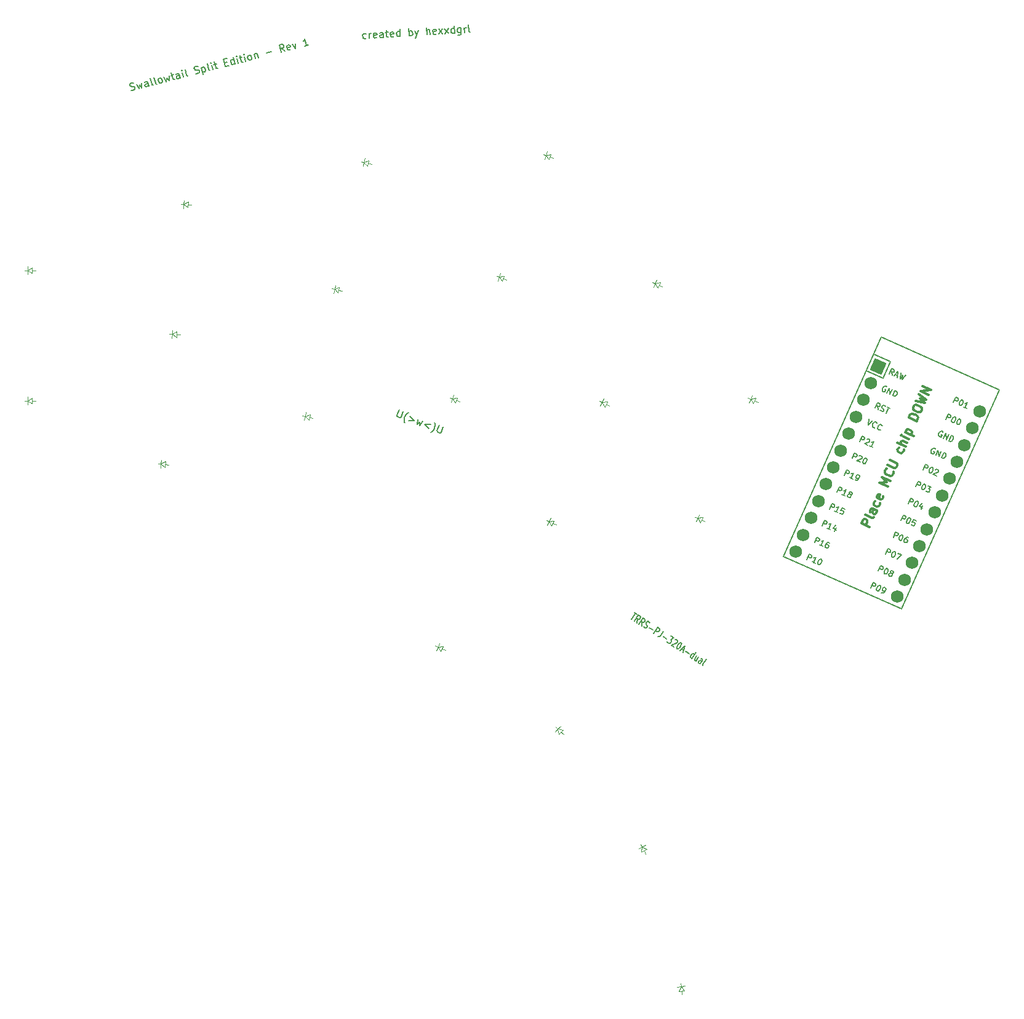
<source format=gbr>
%TF.GenerationSoftware,KiCad,Pcbnew,8.0.4*%
%TF.CreationDate,2024-09-03T17:33:54-06:00*%
%TF.ProjectId,swallowtail_split_rev2,7377616c-6c6f-4777-9461-696c5f73706c,v1.0.0*%
%TF.SameCoordinates,Original*%
%TF.FileFunction,Legend,Top*%
%TF.FilePolarity,Positive*%
%FSLAX46Y46*%
G04 Gerber Fmt 4.6, Leading zero omitted, Abs format (unit mm)*
G04 Created by KiCad (PCBNEW 8.0.4) date 2024-09-03 17:33:54*
%MOMM*%
%LPD*%
G01*
G04 APERTURE LIST*
G04 Aperture macros list*
%AMRotRect*
0 Rectangle, with rotation*
0 The origin of the aperture is its center*
0 $1 length*
0 $2 width*
0 $3 Rotation angle, in degrees counterclockwise*
0 Add horizontal line*
21,1,$1,$2,0,0,$3*%
G04 Aperture macros list end*
%ADD10C,0.150000*%
%ADD11C,0.300000*%
%ADD12C,0.100000*%
%ADD13RotRect,1.752600X1.752600X246.000000*%
%ADD14C,1.752600*%
G04 APERTURE END LIST*
D10*
X183108209Y-116194800D02*
X183467639Y-116428217D01*
X182743285Y-117150179D02*
X183287924Y-116311508D01*
X183492098Y-117636464D02*
X183541782Y-117100937D01*
X183132668Y-117403047D02*
X183677307Y-116564377D01*
X183677307Y-116564377D02*
X183916927Y-116719988D01*
X183916927Y-116719988D02*
X183950897Y-116798827D01*
X183950897Y-116798827D02*
X183954914Y-116858215D01*
X183954914Y-116858215D02*
X183932996Y-116957540D01*
X183932996Y-116957540D02*
X183855191Y-117077350D01*
X183855191Y-117077350D02*
X183773368Y-117137772D01*
X183773368Y-117137772D02*
X183717480Y-117158258D01*
X183717480Y-117158258D02*
X183631640Y-117159291D01*
X183631640Y-117159291D02*
X183392020Y-117003680D01*
X184121101Y-118044943D02*
X184170785Y-117509417D01*
X183761671Y-117811527D02*
X184306310Y-116972856D01*
X184306310Y-116972856D02*
X184545930Y-117128467D01*
X184545930Y-117128467D02*
X184579900Y-117207307D01*
X184579900Y-117207307D02*
X184583917Y-117266695D01*
X184583917Y-117266695D02*
X184561999Y-117366019D01*
X184561999Y-117366019D02*
X184484194Y-117485830D01*
X184484194Y-117485830D02*
X184402371Y-117546252D01*
X184402371Y-117546252D02*
X184346483Y-117566737D01*
X184346483Y-117566737D02*
X184260643Y-117567771D01*
X184260643Y-117567771D02*
X184021023Y-117412160D01*
X184386656Y-118160618D02*
X184450579Y-118258909D01*
X184450579Y-118258909D02*
X184600341Y-118356166D01*
X184600341Y-118356166D02*
X184686182Y-118355132D01*
X184686182Y-118355132D02*
X184742069Y-118334646D01*
X184742069Y-118334646D02*
X184823892Y-118274224D01*
X184823892Y-118274224D02*
X184875763Y-118194351D01*
X184875763Y-118194351D02*
X184897680Y-118095026D01*
X184897680Y-118095026D02*
X184893663Y-118035638D01*
X184893663Y-118035638D02*
X184859693Y-117956799D01*
X184859693Y-117956799D02*
X184765818Y-117839056D01*
X184765818Y-117839056D02*
X184731848Y-117760217D01*
X184731848Y-117760217D02*
X184727831Y-117700829D01*
X184727831Y-117700829D02*
X184749749Y-117601504D01*
X184749749Y-117601504D02*
X184801619Y-117521631D01*
X184801619Y-117521631D02*
X184883442Y-117461209D01*
X184883442Y-117461209D02*
X184939330Y-117440723D01*
X184939330Y-117440723D02*
X185025170Y-117439689D01*
X185025170Y-117439689D02*
X185174933Y-117536946D01*
X185174933Y-117536946D02*
X185238855Y-117635237D01*
X185197206Y-118289540D02*
X185676446Y-118600763D01*
X185768489Y-119114770D02*
X186313128Y-118276099D01*
X186313128Y-118276099D02*
X186552749Y-118431710D01*
X186552749Y-118431710D02*
X186586718Y-118510550D01*
X186586718Y-118510550D02*
X186590736Y-118569938D01*
X186590736Y-118569938D02*
X186568818Y-118669263D01*
X186568818Y-118669263D02*
X186491012Y-118789073D01*
X186491012Y-118789073D02*
X186409189Y-118849495D01*
X186409189Y-118849495D02*
X186353302Y-118869980D01*
X186353302Y-118869980D02*
X186267462Y-118871014D01*
X186267462Y-118871014D02*
X186027841Y-118715403D01*
X187121847Y-118801287D02*
X186732819Y-119400337D01*
X186732819Y-119400337D02*
X186625061Y-119500696D01*
X186625061Y-119500696D02*
X186513285Y-119541667D01*
X186513285Y-119541667D02*
X186397492Y-119523249D01*
X186397492Y-119523249D02*
X186337587Y-119484346D01*
X187084215Y-119514978D02*
X187563455Y-119826200D01*
X188140232Y-119462634D02*
X188529615Y-119715502D01*
X188529615Y-119715502D02*
X188112466Y-119898836D01*
X188112466Y-119898836D02*
X188202323Y-119957190D01*
X188202323Y-119957190D02*
X188236293Y-120036030D01*
X188236293Y-120036030D02*
X188240311Y-120095418D01*
X188240311Y-120095418D02*
X188218393Y-120194743D01*
X188218393Y-120194743D02*
X188088717Y-120394426D01*
X188088717Y-120394426D02*
X188006894Y-120454848D01*
X188006894Y-120454848D02*
X187951006Y-120475334D01*
X187951006Y-120475334D02*
X187865166Y-120476367D01*
X187865166Y-120476367D02*
X187685451Y-120359659D01*
X187685451Y-120359659D02*
X187651481Y-120280820D01*
X187651481Y-120280820D02*
X187647464Y-120221431D01*
X188717365Y-119950987D02*
X188773253Y-119930502D01*
X188773253Y-119930502D02*
X188859093Y-119929468D01*
X188859093Y-119929468D02*
X189008856Y-120026725D01*
X189008856Y-120026725D02*
X189042825Y-120105564D01*
X189042825Y-120105564D02*
X189046843Y-120164952D01*
X189046843Y-120164952D02*
X189024925Y-120264277D01*
X189024925Y-120264277D02*
X188973054Y-120344151D01*
X188973054Y-120344151D02*
X188865296Y-120444509D01*
X188865296Y-120444509D02*
X188194644Y-120690333D01*
X188194644Y-120690333D02*
X188584027Y-120943201D01*
X189518049Y-120357399D02*
X189577954Y-120396302D01*
X189577954Y-120396302D02*
X189611924Y-120475141D01*
X189611924Y-120475141D02*
X189615941Y-120534529D01*
X189615941Y-120534529D02*
X189594023Y-120633854D01*
X189594023Y-120633854D02*
X189520235Y-120813052D01*
X189520235Y-120813052D02*
X189390559Y-121012736D01*
X189390559Y-121012736D02*
X189256865Y-121153031D01*
X189256865Y-121153031D02*
X189175043Y-121213453D01*
X189175043Y-121213453D02*
X189119155Y-121233938D01*
X189119155Y-121233938D02*
X189033315Y-121234972D01*
X189033315Y-121234972D02*
X188973410Y-121196069D01*
X188973410Y-121196069D02*
X188939440Y-121117230D01*
X188939440Y-121117230D02*
X188935422Y-121057842D01*
X188935422Y-121057842D02*
X188957340Y-120958517D01*
X188957340Y-120958517D02*
X189031129Y-120779319D01*
X189031129Y-120779319D02*
X189160804Y-120579635D01*
X189160804Y-120579635D02*
X189294498Y-120439340D01*
X189294498Y-120439340D02*
X189376321Y-120378918D01*
X189376321Y-120378918D02*
X189432208Y-120358433D01*
X189432208Y-120358433D02*
X189518049Y-120357399D01*
X189578309Y-121248220D02*
X189877834Y-121442734D01*
X189362793Y-121448938D02*
X190117099Y-120746427D01*
X190117099Y-120746427D02*
X189782128Y-121721257D01*
X190199277Y-121537923D02*
X190678517Y-121849146D01*
X191040133Y-122538215D02*
X191584772Y-121699545D01*
X191066068Y-122498279D02*
X190980228Y-122499313D01*
X190980228Y-122499313D02*
X190860418Y-122421507D01*
X190860418Y-122421507D02*
X190826448Y-122342668D01*
X190826448Y-122342668D02*
X190822431Y-122283279D01*
X190822431Y-122283279D02*
X190844349Y-122183955D01*
X190844349Y-122183955D02*
X190999960Y-121944334D01*
X190999960Y-121944334D02*
X191081783Y-121883912D01*
X191081783Y-121883912D02*
X191137671Y-121863427D01*
X191137671Y-121863427D02*
X191223511Y-121862393D01*
X191223511Y-121862393D02*
X191343321Y-121940199D01*
X191343321Y-121940199D02*
X191377291Y-122019038D01*
X191972323Y-122348678D02*
X191609231Y-122907792D01*
X191702751Y-122173615D02*
X191417464Y-122612919D01*
X191417464Y-122612919D02*
X191395546Y-122712244D01*
X191395546Y-122712244D02*
X191429516Y-122791083D01*
X191429516Y-122791083D02*
X191519373Y-122849437D01*
X191519373Y-122849437D02*
X191605213Y-122848404D01*
X191605213Y-122848404D02*
X191661101Y-122827918D01*
X192178328Y-123277368D02*
X192463615Y-122838064D01*
X192463615Y-122838064D02*
X192485533Y-122738739D01*
X192485533Y-122738739D02*
X192451563Y-122659900D01*
X192451563Y-122659900D02*
X192331753Y-122582094D01*
X192331753Y-122582094D02*
X192245913Y-122583128D01*
X192204263Y-123237431D02*
X192118423Y-123238465D01*
X192118423Y-123238465D02*
X191968661Y-123141208D01*
X191968661Y-123141208D02*
X191934691Y-123062369D01*
X191934691Y-123062369D02*
X191956609Y-122963044D01*
X191956609Y-122963044D02*
X192008479Y-122883170D01*
X192008479Y-122883170D02*
X192090302Y-122822748D01*
X192090302Y-122822748D02*
X192176142Y-122821715D01*
X192176142Y-122821715D02*
X192325905Y-122918972D01*
X192325905Y-122918972D02*
X192411745Y-122917938D01*
X192567711Y-123530236D02*
X192533741Y-123451396D01*
X192533741Y-123451396D02*
X192555659Y-123352071D01*
X192555659Y-123352071D02*
X193022492Y-122633211D01*
X150769431Y-88315576D02*
X150479323Y-89071331D01*
X150479323Y-89071331D02*
X150489649Y-89177309D01*
X150489649Y-89177309D02*
X150517040Y-89238830D01*
X150517040Y-89238830D02*
X150588888Y-89317417D01*
X150588888Y-89317417D02*
X150766712Y-89385677D01*
X150766712Y-89385677D02*
X150872690Y-89375351D01*
X150872690Y-89375351D02*
X150934211Y-89347960D01*
X150934211Y-89347960D02*
X151012798Y-89276113D01*
X151012798Y-89276113D02*
X151302905Y-88520357D01*
X151519315Y-90082630D02*
X151491924Y-90021108D01*
X151491924Y-90021108D02*
X151454207Y-89853609D01*
X151454207Y-89853609D02*
X151443881Y-89747632D01*
X151443881Y-89747632D02*
X151450621Y-89597198D01*
X151450621Y-89597198D02*
X151491490Y-89357852D01*
X151491490Y-89357852D02*
X151559751Y-89180027D01*
X151559751Y-89180027D02*
X151689533Y-88974811D01*
X151689533Y-88974811D02*
X151785184Y-88858508D01*
X151785184Y-88858508D02*
X151863771Y-88786660D01*
X151863771Y-88786660D02*
X152003879Y-88687422D01*
X152003879Y-88687422D02*
X152065400Y-88660031D01*
X152250399Y-89241114D02*
X152859307Y-89780894D01*
X152859307Y-89780894D02*
X152045617Y-89774589D01*
X153317347Y-89650677D02*
X153256260Y-90341325D01*
X153256260Y-90341325D02*
X153604736Y-89965023D01*
X153604736Y-89965023D02*
X153611910Y-90477846D01*
X153611910Y-90477846D02*
X154028647Y-89923720D01*
X155095596Y-90333283D02*
X154281906Y-90326978D01*
X154281906Y-90326978D02*
X154890814Y-90866758D01*
X155075812Y-91447841D02*
X155137333Y-91420450D01*
X155137333Y-91420450D02*
X155277441Y-91321211D01*
X155277441Y-91321211D02*
X155356028Y-91249364D01*
X155356028Y-91249364D02*
X155451679Y-91133061D01*
X155451679Y-91133061D02*
X155581461Y-90927845D01*
X155581461Y-90927845D02*
X155649722Y-90750020D01*
X155649722Y-90750020D02*
X155690591Y-90510674D01*
X155690591Y-90510674D02*
X155697331Y-90360240D01*
X155697331Y-90360240D02*
X155687005Y-90254262D01*
X155687005Y-90254262D02*
X155649288Y-90086763D01*
X155649288Y-90086763D02*
X155621897Y-90025242D01*
X156282001Y-90431653D02*
X155991893Y-91187409D01*
X155991893Y-91187409D02*
X156002219Y-91293386D01*
X156002219Y-91293386D02*
X156029610Y-91354908D01*
X156029610Y-91354908D02*
X156101458Y-91433494D01*
X156101458Y-91433494D02*
X156279283Y-91501755D01*
X156279283Y-91501755D02*
X156385260Y-91491429D01*
X156385260Y-91491429D02*
X156446782Y-91464038D01*
X156446782Y-91464038D02*
X156525368Y-91392190D01*
X156525368Y-91392190D02*
X156815475Y-90636435D01*
X146253068Y-37125808D02*
X146160915Y-37179152D01*
X146160915Y-37179152D02*
X145970794Y-37190780D01*
X145970794Y-37190780D02*
X145872826Y-37149064D01*
X145872826Y-37149064D02*
X145822389Y-37104441D01*
X145822389Y-37104441D02*
X145769045Y-37012288D01*
X145769045Y-37012288D02*
X145751602Y-36727106D01*
X145751602Y-36727106D02*
X145793318Y-36629139D01*
X145793318Y-36629139D02*
X145837941Y-36578701D01*
X145837941Y-36578701D02*
X145930095Y-36525357D01*
X145930095Y-36525357D02*
X146120216Y-36513729D01*
X146120216Y-36513729D02*
X146218183Y-36555445D01*
X146683747Y-37147174D02*
X146643048Y-36481751D01*
X146654677Y-36671872D02*
X146696393Y-36573904D01*
X146696393Y-36573904D02*
X146741016Y-36523467D01*
X146741016Y-36523467D02*
X146833169Y-36470123D01*
X146833169Y-36470123D02*
X146928230Y-36464309D01*
X147678976Y-37038595D02*
X147586822Y-37091940D01*
X147586822Y-37091940D02*
X147396701Y-37103568D01*
X147396701Y-37103568D02*
X147298734Y-37061852D01*
X147298734Y-37061852D02*
X147245389Y-36969699D01*
X147245389Y-36969699D02*
X147222133Y-36589457D01*
X147222133Y-36589457D02*
X147263849Y-36491489D01*
X147263849Y-36491489D02*
X147356002Y-36438145D01*
X147356002Y-36438145D02*
X147546123Y-36426517D01*
X147546123Y-36426517D02*
X147644091Y-36468233D01*
X147644091Y-36468233D02*
X147697435Y-36560386D01*
X147697435Y-36560386D02*
X147703249Y-36655446D01*
X147703249Y-36655446D02*
X147233761Y-36779578D01*
X148584957Y-37030891D02*
X148552979Y-36508059D01*
X148552979Y-36508059D02*
X148499635Y-36415905D01*
X148499635Y-36415905D02*
X148401667Y-36374189D01*
X148401667Y-36374189D02*
X148211547Y-36385818D01*
X148211547Y-36385818D02*
X148119393Y-36439162D01*
X148582050Y-36983361D02*
X148489897Y-37036705D01*
X148489897Y-37036705D02*
X148252246Y-37051241D01*
X148252246Y-37051241D02*
X148154278Y-37009525D01*
X148154278Y-37009525D02*
X148100934Y-36917371D01*
X148100934Y-36917371D02*
X148095119Y-36822311D01*
X148095119Y-36822311D02*
X148136836Y-36724343D01*
X148136836Y-36724343D02*
X148228989Y-36670999D01*
X148228989Y-36670999D02*
X148466640Y-36656464D01*
X148466640Y-36656464D02*
X148558793Y-36603119D01*
X148876970Y-36345118D02*
X149257212Y-36321862D01*
X148999211Y-36003686D02*
X149051538Y-36859230D01*
X149051538Y-36859230D02*
X149104883Y-36951383D01*
X149104883Y-36951383D02*
X149202850Y-36993099D01*
X149202850Y-36993099D02*
X149297911Y-36987285D01*
X150007957Y-36896149D02*
X149915804Y-36949493D01*
X149915804Y-36949493D02*
X149725683Y-36961121D01*
X149725683Y-36961121D02*
X149627716Y-36919405D01*
X149627716Y-36919405D02*
X149574371Y-36827252D01*
X149574371Y-36827252D02*
X149551115Y-36447010D01*
X149551115Y-36447010D02*
X149592831Y-36349043D01*
X149592831Y-36349043D02*
X149684984Y-36295698D01*
X149684984Y-36295698D02*
X149875105Y-36284070D01*
X149875105Y-36284070D02*
X149973073Y-36325786D01*
X149973073Y-36325786D02*
X150026417Y-36417939D01*
X150026417Y-36417939D02*
X150032231Y-36513000D01*
X150032231Y-36513000D02*
X149562743Y-36637131D01*
X150913939Y-36888445D02*
X150852890Y-35890310D01*
X150911032Y-36840914D02*
X150818879Y-36894259D01*
X150818879Y-36894259D02*
X150628758Y-36905887D01*
X150628758Y-36905887D02*
X150530790Y-36864171D01*
X150530790Y-36864171D02*
X150480353Y-36819548D01*
X150480353Y-36819548D02*
X150427008Y-36727394D01*
X150427008Y-36727394D02*
X150409566Y-36442213D01*
X150409566Y-36442213D02*
X150451282Y-36344245D01*
X150451282Y-36344245D02*
X150495905Y-36293808D01*
X150495905Y-36293808D02*
X150588059Y-36240464D01*
X150588059Y-36240464D02*
X150778180Y-36228836D01*
X150778180Y-36228836D02*
X150876147Y-36270552D01*
X152149725Y-36812861D02*
X152088677Y-35814726D01*
X152111933Y-36194968D02*
X152204087Y-36141623D01*
X152204087Y-36141623D02*
X152394208Y-36129995D01*
X152394208Y-36129995D02*
X152492175Y-36171711D01*
X152492175Y-36171711D02*
X152542612Y-36216334D01*
X152542612Y-36216334D02*
X152595957Y-36308488D01*
X152595957Y-36308488D02*
X152613399Y-36593669D01*
X152613399Y-36593669D02*
X152571683Y-36691637D01*
X152571683Y-36691637D02*
X152527060Y-36742074D01*
X152527060Y-36742074D02*
X152434907Y-36795418D01*
X152434907Y-36795418D02*
X152244786Y-36807046D01*
X152244786Y-36807046D02*
X152146818Y-36765330D01*
X152917040Y-36098017D02*
X153195390Y-36748905D01*
X153392343Y-36068946D02*
X153195390Y-36748905D01*
X153195390Y-36748905D02*
X153114865Y-36992370D01*
X153114865Y-36992370D02*
X153070242Y-37042808D01*
X153070242Y-37042808D02*
X152978089Y-37096152D01*
X154573767Y-36664600D02*
X154512719Y-35666465D01*
X155001540Y-36638436D02*
X154969562Y-36115604D01*
X154969562Y-36115604D02*
X154916217Y-36023450D01*
X154916217Y-36023450D02*
X154818250Y-35981734D01*
X154818250Y-35981734D02*
X154675659Y-35990455D01*
X154675659Y-35990455D02*
X154583506Y-36043800D01*
X154583506Y-36043800D02*
X154538883Y-36094237D01*
X155854177Y-36538579D02*
X155762023Y-36591923D01*
X155762023Y-36591923D02*
X155571902Y-36603551D01*
X155571902Y-36603551D02*
X155473935Y-36561835D01*
X155473935Y-36561835D02*
X155420590Y-36469682D01*
X155420590Y-36469682D02*
X155397334Y-36089440D01*
X155397334Y-36089440D02*
X155439050Y-35991472D01*
X155439050Y-35991472D02*
X155531203Y-35938128D01*
X155531203Y-35938128D02*
X155721324Y-35926500D01*
X155721324Y-35926500D02*
X155819292Y-35968216D01*
X155819292Y-35968216D02*
X155872636Y-36060369D01*
X155872636Y-36060369D02*
X155878450Y-36155430D01*
X155878450Y-36155430D02*
X155408962Y-36279561D01*
X156237326Y-36562852D02*
X156719459Y-35865451D01*
X156196627Y-35897429D02*
X156760158Y-36530874D01*
X157045340Y-36513432D02*
X157527473Y-35816031D01*
X157004641Y-35848009D02*
X157568172Y-36481454D01*
X158376186Y-36432034D02*
X158315138Y-35433899D01*
X158373279Y-36384504D02*
X158281126Y-36437848D01*
X158281126Y-36437848D02*
X158091005Y-36449476D01*
X158091005Y-36449476D02*
X157993037Y-36407760D01*
X157993037Y-36407760D02*
X157942600Y-36363137D01*
X157942600Y-36363137D02*
X157889256Y-36270984D01*
X157889256Y-36270984D02*
X157871813Y-35985802D01*
X157871813Y-35985802D02*
X157913529Y-35887835D01*
X157913529Y-35887835D02*
X157958153Y-35837398D01*
X157958153Y-35837398D02*
X158050306Y-35784053D01*
X158050306Y-35784053D02*
X158240427Y-35772425D01*
X158240427Y-35772425D02*
X158338394Y-35814141D01*
X159238562Y-35711376D02*
X159287982Y-36519390D01*
X159287982Y-36519390D02*
X159246266Y-36617358D01*
X159246266Y-36617358D02*
X159201643Y-36667795D01*
X159201643Y-36667795D02*
X159109489Y-36721139D01*
X159109489Y-36721139D02*
X158966899Y-36729861D01*
X158966899Y-36729861D02*
X158868931Y-36688145D01*
X159276354Y-36329269D02*
X159184200Y-36382614D01*
X159184200Y-36382614D02*
X158994079Y-36394242D01*
X158994079Y-36394242D02*
X158896112Y-36352526D01*
X158896112Y-36352526D02*
X158845675Y-36307903D01*
X158845675Y-36307903D02*
X158792330Y-36215749D01*
X158792330Y-36215749D02*
X158774888Y-35930568D01*
X158774888Y-35930568D02*
X158816604Y-35832600D01*
X158816604Y-35832600D02*
X158861227Y-35782163D01*
X158861227Y-35782163D02*
X158953380Y-35728819D01*
X158953380Y-35728819D02*
X159143501Y-35717191D01*
X159143501Y-35717191D02*
X159241469Y-35758907D01*
X159754563Y-36347729D02*
X159713864Y-35682306D01*
X159725492Y-35872427D02*
X159767209Y-35774459D01*
X159767209Y-35774459D02*
X159811832Y-35724022D01*
X159811832Y-35724022D02*
X159903985Y-35670677D01*
X159903985Y-35670677D02*
X159999046Y-35664863D01*
X160515047Y-36301216D02*
X160417080Y-36259500D01*
X160417080Y-36259500D02*
X160363735Y-36167346D01*
X160363735Y-36167346D02*
X160311408Y-35311802D01*
X113885858Y-44305874D02*
X114036070Y-44316470D01*
X114036070Y-44316470D02*
X114266685Y-44257258D01*
X114266685Y-44257258D02*
X114347088Y-44187450D01*
X114347088Y-44187450D02*
X114381369Y-44129485D01*
X114381369Y-44129485D02*
X114403807Y-44025397D01*
X114403807Y-44025397D02*
X114380122Y-43933151D01*
X114380122Y-43933151D02*
X114310315Y-43852747D01*
X114310315Y-43852747D02*
X114252349Y-43818466D01*
X114252349Y-43818466D02*
X114148261Y-43796028D01*
X114148261Y-43796028D02*
X113951926Y-43797275D01*
X113951926Y-43797275D02*
X113847838Y-43774836D01*
X113847838Y-43774836D02*
X113789873Y-43740556D01*
X113789873Y-43740556D02*
X113720065Y-43660152D01*
X113720065Y-43660152D02*
X113696380Y-43567906D01*
X113696380Y-43567906D02*
X113718818Y-43463818D01*
X113718818Y-43463818D02*
X113753099Y-43405852D01*
X113753099Y-43405852D02*
X113833503Y-43336045D01*
X113833503Y-43336045D02*
X114064118Y-43276833D01*
X114064118Y-43276833D02*
X114214329Y-43287429D01*
X114608244Y-43481270D02*
X114958530Y-44079623D01*
X114958530Y-44079623D02*
X115024598Y-43571023D01*
X115024598Y-43571023D02*
X115327514Y-43984884D01*
X115327514Y-43984884D02*
X115346213Y-43291792D01*
X116296097Y-43736194D02*
X116165831Y-43228841D01*
X116165831Y-43228841D02*
X116096023Y-43148437D01*
X116096023Y-43148437D02*
X115991935Y-43125999D01*
X115991935Y-43125999D02*
X115807443Y-43173368D01*
X115807443Y-43173368D02*
X115727039Y-43243176D01*
X116284255Y-43690071D02*
X116203851Y-43759878D01*
X116203851Y-43759878D02*
X115973236Y-43819090D01*
X115973236Y-43819090D02*
X115869147Y-43796652D01*
X115869147Y-43796652D02*
X115799340Y-43716248D01*
X115799340Y-43716248D02*
X115775655Y-43624002D01*
X115775655Y-43624002D02*
X115798093Y-43519914D01*
X115798093Y-43519914D02*
X115878497Y-43450106D01*
X115878497Y-43450106D02*
X116109112Y-43390894D01*
X116109112Y-43390894D02*
X116189516Y-43321087D01*
X116895696Y-43582243D02*
X116791608Y-43559805D01*
X116791608Y-43559805D02*
X116721800Y-43479401D01*
X116721800Y-43479401D02*
X116508637Y-42649187D01*
X117403050Y-43451977D02*
X117298961Y-43429538D01*
X117298961Y-43429538D02*
X117229153Y-43349135D01*
X117229153Y-43349135D02*
X117015991Y-42518920D01*
X117910403Y-43321710D02*
X117806315Y-43299272D01*
X117806315Y-43299272D02*
X117748349Y-43264991D01*
X117748349Y-43264991D02*
X117678542Y-43184588D01*
X117678542Y-43184588D02*
X117607487Y-42907850D01*
X117607487Y-42907850D02*
X117629926Y-42803761D01*
X117629926Y-42803761D02*
X117664206Y-42745796D01*
X117664206Y-42745796D02*
X117744610Y-42675988D01*
X117744610Y-42675988D02*
X117882979Y-42640461D01*
X117882979Y-42640461D02*
X117987067Y-42662899D01*
X117987067Y-42662899D02*
X118045033Y-42697180D01*
X118045033Y-42697180D02*
X118114840Y-42777584D01*
X118114840Y-42777584D02*
X118185895Y-43054322D01*
X118185895Y-43054322D02*
X118163456Y-43158410D01*
X118163456Y-43158410D02*
X118129176Y-43216375D01*
X118129176Y-43216375D02*
X118048772Y-43286183D01*
X118048772Y-43286183D02*
X117910403Y-43321710D01*
X118390332Y-42510195D02*
X118740617Y-43108547D01*
X118740617Y-43108547D02*
X118806686Y-42599948D01*
X118806686Y-42599948D02*
X119109601Y-43013808D01*
X119109601Y-43013808D02*
X119128300Y-42320717D01*
X119358915Y-42261505D02*
X119727899Y-42166766D01*
X119414388Y-41903117D02*
X119627550Y-42733331D01*
X119627550Y-42733331D02*
X119697358Y-42813735D01*
X119697358Y-42813735D02*
X119801447Y-42836173D01*
X119801447Y-42836173D02*
X119893693Y-42812488D01*
X120631661Y-42623010D02*
X120501395Y-42115657D01*
X120501395Y-42115657D02*
X120431587Y-42035253D01*
X120431587Y-42035253D02*
X120327499Y-42012815D01*
X120327499Y-42012815D02*
X120143007Y-42060185D01*
X120143007Y-42060185D02*
X120062603Y-42129992D01*
X120619819Y-42576887D02*
X120539415Y-42646695D01*
X120539415Y-42646695D02*
X120308800Y-42705907D01*
X120308800Y-42705907D02*
X120204712Y-42683468D01*
X120204712Y-42683468D02*
X120134904Y-42603065D01*
X120134904Y-42603065D02*
X120111219Y-42510819D01*
X120111219Y-42510819D02*
X120133657Y-42406730D01*
X120133657Y-42406730D02*
X120214061Y-42336923D01*
X120214061Y-42336923D02*
X120444676Y-42277711D01*
X120444676Y-42277711D02*
X120525080Y-42207903D01*
X121092891Y-42504586D02*
X120927098Y-41858864D01*
X120844201Y-41536003D02*
X120809921Y-41593968D01*
X120809921Y-41593968D02*
X120867886Y-41628249D01*
X120867886Y-41628249D02*
X120902167Y-41570284D01*
X120902167Y-41570284D02*
X120844201Y-41536003D01*
X120844201Y-41536003D02*
X120867886Y-41628249D01*
X121692490Y-42350635D02*
X121588402Y-42328197D01*
X121588402Y-42328197D02*
X121518594Y-42247794D01*
X121518594Y-42247794D02*
X121305431Y-41417579D01*
X122741477Y-42032138D02*
X122891689Y-42042734D01*
X122891689Y-42042734D02*
X123122304Y-41983522D01*
X123122304Y-41983522D02*
X123202707Y-41913714D01*
X123202707Y-41913714D02*
X123236988Y-41855748D01*
X123236988Y-41855748D02*
X123259426Y-41751660D01*
X123259426Y-41751660D02*
X123235742Y-41659414D01*
X123235742Y-41659414D02*
X123165934Y-41579010D01*
X123165934Y-41579010D02*
X123107968Y-41544730D01*
X123107968Y-41544730D02*
X123003880Y-41522292D01*
X123003880Y-41522292D02*
X122807546Y-41523538D01*
X122807546Y-41523538D02*
X122703457Y-41501100D01*
X122703457Y-41501100D02*
X122645492Y-41466819D01*
X122645492Y-41466819D02*
X122575684Y-41386416D01*
X122575684Y-41386416D02*
X122551999Y-41294170D01*
X122551999Y-41294170D02*
X122574438Y-41190081D01*
X122574438Y-41190081D02*
X122608718Y-41132116D01*
X122608718Y-41132116D02*
X122689122Y-41062308D01*
X122689122Y-41062308D02*
X122919737Y-41003096D01*
X122919737Y-41003096D02*
X123069948Y-41013692D01*
X123556110Y-41183849D02*
X123804800Y-42152432D01*
X123567952Y-41229972D02*
X123648356Y-41160164D01*
X123648356Y-41160164D02*
X123832848Y-41112794D01*
X123832848Y-41112794D02*
X123936936Y-41135233D01*
X123936936Y-41135233D02*
X123994902Y-41169513D01*
X123994902Y-41169513D02*
X124064709Y-41249917D01*
X124064709Y-41249917D02*
X124135764Y-41526655D01*
X124135764Y-41526655D02*
X124113325Y-41630743D01*
X124113325Y-41630743D02*
X124079045Y-41688709D01*
X124079045Y-41688709D02*
X123998641Y-41758516D01*
X123998641Y-41758516D02*
X123814149Y-41805886D01*
X123814149Y-41805886D02*
X123710061Y-41783448D01*
X124736609Y-41569038D02*
X124632521Y-41546600D01*
X124632521Y-41546600D02*
X124562713Y-41466197D01*
X124562713Y-41466197D02*
X124349550Y-40635982D01*
X125105594Y-41474299D02*
X124939801Y-40828577D01*
X124856904Y-40505716D02*
X124822623Y-40563682D01*
X124822623Y-40563682D02*
X124880589Y-40597962D01*
X124880589Y-40597962D02*
X124914869Y-40539997D01*
X124914869Y-40539997D02*
X124856904Y-40505716D01*
X124856904Y-40505716D02*
X124880589Y-40597962D01*
X125262661Y-40745681D02*
X125631645Y-40650942D01*
X125318133Y-40387293D02*
X125531296Y-41217507D01*
X125531296Y-41217507D02*
X125601104Y-41297910D01*
X125601104Y-41297910D02*
X125705192Y-41320349D01*
X125705192Y-41320349D02*
X125797438Y-41296664D01*
X126728002Y-40516936D02*
X127050863Y-40434039D01*
X127319498Y-40905865D02*
X126858268Y-41024289D01*
X126858268Y-41024289D02*
X126609578Y-40055706D01*
X126609578Y-40055706D02*
X127070808Y-39937282D01*
X128149713Y-40692702D02*
X127901023Y-39724119D01*
X128137870Y-40646579D02*
X128057467Y-40716387D01*
X128057467Y-40716387D02*
X127872975Y-40763757D01*
X127872975Y-40763757D02*
X127768886Y-40741318D01*
X127768886Y-40741318D02*
X127710921Y-40707038D01*
X127710921Y-40707038D02*
X127641113Y-40626634D01*
X127641113Y-40626634D02*
X127570059Y-40349896D01*
X127570059Y-40349896D02*
X127592497Y-40245808D01*
X127592497Y-40245808D02*
X127626778Y-40187842D01*
X127626778Y-40187842D02*
X127707181Y-40118035D01*
X127707181Y-40118035D02*
X127891673Y-40070665D01*
X127891673Y-40070665D02*
X127995762Y-40093103D01*
X128610943Y-40574279D02*
X128445149Y-39928557D01*
X128362253Y-39605696D02*
X128327972Y-39663661D01*
X128327972Y-39663661D02*
X128385938Y-39697942D01*
X128385938Y-39697942D02*
X128420218Y-39639976D01*
X128420218Y-39639976D02*
X128362253Y-39605696D01*
X128362253Y-39605696D02*
X128385938Y-39697942D01*
X128768010Y-39845660D02*
X129136994Y-39750921D01*
X128823482Y-39487272D02*
X129036645Y-40317486D01*
X129036645Y-40317486D02*
X129106453Y-40397890D01*
X129106453Y-40397890D02*
X129210541Y-40420328D01*
X129210541Y-40420328D02*
X129302787Y-40396643D01*
X129625649Y-40313746D02*
X129459856Y-39668024D01*
X129376959Y-39345163D02*
X129342678Y-39403129D01*
X129342678Y-39403129D02*
X129400644Y-39437409D01*
X129400644Y-39437409D02*
X129434924Y-39379444D01*
X129434924Y-39379444D02*
X129376959Y-39345163D01*
X129376959Y-39345163D02*
X129400644Y-39437409D01*
X130225247Y-40159796D02*
X130121159Y-40137357D01*
X130121159Y-40137357D02*
X130063194Y-40103077D01*
X130063194Y-40103077D02*
X129993386Y-40022673D01*
X129993386Y-40022673D02*
X129922332Y-39745935D01*
X129922332Y-39745935D02*
X129944770Y-39641847D01*
X129944770Y-39641847D02*
X129979051Y-39583881D01*
X129979051Y-39583881D02*
X130059454Y-39514074D01*
X130059454Y-39514074D02*
X130197823Y-39478546D01*
X130197823Y-39478546D02*
X130301912Y-39500985D01*
X130301912Y-39500985D02*
X130359877Y-39535265D01*
X130359877Y-39535265D02*
X130429685Y-39615669D01*
X130429685Y-39615669D02*
X130500739Y-39892407D01*
X130500739Y-39892407D02*
X130478301Y-39996495D01*
X130478301Y-39996495D02*
X130444020Y-40054461D01*
X130444020Y-40054461D02*
X130363617Y-40124269D01*
X130363617Y-40124269D02*
X130225247Y-40159796D01*
X130797422Y-39324596D02*
X130963216Y-39970318D01*
X130821107Y-39416842D02*
X130855388Y-39358876D01*
X130855388Y-39358876D02*
X130935791Y-39289068D01*
X130935791Y-39289068D02*
X131074160Y-39253541D01*
X131074160Y-39253541D02*
X131178249Y-39275980D01*
X131178249Y-39275980D02*
X131248057Y-39356383D01*
X131248057Y-39356383D02*
X131378323Y-39863736D01*
X132482782Y-39186850D02*
X133220750Y-38997372D01*
X135068164Y-38916346D02*
X134626879Y-38538013D01*
X134514688Y-39058455D02*
X134265998Y-38089871D01*
X134265998Y-38089871D02*
X134634982Y-37995132D01*
X134634982Y-37995132D02*
X134739070Y-38017571D01*
X134739070Y-38017571D02*
X134797036Y-38051851D01*
X134797036Y-38051851D02*
X134866843Y-38132255D01*
X134866843Y-38132255D02*
X134902370Y-38270624D01*
X134902370Y-38270624D02*
X134879932Y-38374712D01*
X134879932Y-38374712D02*
X134845652Y-38432678D01*
X134845652Y-38432678D02*
X134765248Y-38502486D01*
X134765248Y-38502486D02*
X134396264Y-38597225D01*
X135840412Y-38668903D02*
X135760009Y-38738710D01*
X135760009Y-38738710D02*
X135575517Y-38786080D01*
X135575517Y-38786080D02*
X135471428Y-38763642D01*
X135471428Y-38763642D02*
X135401621Y-38683238D01*
X135401621Y-38683238D02*
X135306882Y-38314254D01*
X135306882Y-38314254D02*
X135329320Y-38210166D01*
X135329320Y-38210166D02*
X135409724Y-38140358D01*
X135409724Y-38140358D02*
X135594216Y-38092988D01*
X135594216Y-38092988D02*
X135698304Y-38115427D01*
X135698304Y-38115427D02*
X135768112Y-38195830D01*
X135768112Y-38195830D02*
X135791796Y-38288076D01*
X135791796Y-38288076D02*
X135354251Y-38498746D01*
X136055446Y-37974565D02*
X136451854Y-38561075D01*
X136451854Y-38561075D02*
X136516676Y-37856141D01*
X138296775Y-38087380D02*
X137743299Y-38229488D01*
X138020037Y-38158434D02*
X137771347Y-37189851D01*
X137771347Y-37189851D02*
X137714628Y-37351905D01*
X137714628Y-37351905D02*
X137646067Y-37467835D01*
X137646067Y-37467835D02*
X137565663Y-37537643D01*
D11*
X215512600Y-104427857D02*
X214370668Y-103919436D01*
X214370668Y-103919436D02*
X214564352Y-103484415D01*
X214564352Y-103484415D02*
X214667151Y-103399870D01*
X214667151Y-103399870D02*
X214745739Y-103369703D01*
X214745739Y-103369703D02*
X214878705Y-103363746D01*
X214878705Y-103363746D02*
X215041838Y-103436378D01*
X215041838Y-103436378D02*
X215126383Y-103539176D01*
X215126383Y-103539176D02*
X215156550Y-103617764D01*
X215156550Y-103617764D02*
X215162507Y-103750730D01*
X215162507Y-103750730D02*
X214968823Y-104185752D01*
X216093652Y-103122792D02*
X215990853Y-103207337D01*
X215990853Y-103207337D02*
X215857888Y-103213294D01*
X215857888Y-103213294D02*
X214879089Y-102777505D01*
X216505231Y-102198371D02*
X215907076Y-101932056D01*
X215907076Y-101932056D02*
X215774110Y-101938012D01*
X215774110Y-101938012D02*
X215671312Y-102022557D01*
X215671312Y-102022557D02*
X215574470Y-102240068D01*
X215574470Y-102240068D02*
X215580426Y-102373034D01*
X216450853Y-102174161D02*
X216456810Y-102307127D01*
X216456810Y-102307127D02*
X216335757Y-102579015D01*
X216335757Y-102579015D02*
X216232959Y-102663560D01*
X216232959Y-102663560D02*
X216099993Y-102669517D01*
X216099993Y-102669517D02*
X215991237Y-102621096D01*
X215991237Y-102621096D02*
X215906692Y-102518297D01*
X215906692Y-102518297D02*
X215900736Y-102385331D01*
X215900736Y-102385331D02*
X216021788Y-102113442D01*
X216021788Y-102113442D02*
X216015832Y-101980477D01*
X216910853Y-101140985D02*
X216916810Y-101273951D01*
X216916810Y-101273951D02*
X216819968Y-101491461D01*
X216819968Y-101491461D02*
X216717169Y-101576006D01*
X216717169Y-101576006D02*
X216638581Y-101606173D01*
X216638581Y-101606173D02*
X216505615Y-101612130D01*
X216505615Y-101612130D02*
X216179348Y-101466867D01*
X216179348Y-101466867D02*
X216094804Y-101364068D01*
X216094804Y-101364068D02*
X216064636Y-101285480D01*
X216064636Y-101285480D02*
X216058680Y-101152514D01*
X216058680Y-101152514D02*
X216155522Y-100935003D01*
X216155522Y-100935003D02*
X216258320Y-100850458D01*
X217322432Y-100216563D02*
X217328389Y-100349529D01*
X217328389Y-100349529D02*
X217231546Y-100567040D01*
X217231546Y-100567040D02*
X217128748Y-100651585D01*
X217128748Y-100651585D02*
X216995782Y-100657542D01*
X216995782Y-100657542D02*
X216560760Y-100463857D01*
X216560760Y-100463857D02*
X216476215Y-100361059D01*
X216476215Y-100361059D02*
X216470259Y-100228093D01*
X216470259Y-100228093D02*
X216567101Y-100010582D01*
X216567101Y-100010582D02*
X216669899Y-99926037D01*
X216669899Y-99926037D02*
X216802865Y-99920080D01*
X216802865Y-99920080D02*
X216911621Y-99968501D01*
X216911621Y-99968501D02*
X216778271Y-100560699D01*
X218006283Y-98826953D02*
X216864351Y-98318532D01*
X216864351Y-98318532D02*
X217849490Y-98301046D01*
X217849490Y-98301046D02*
X217203298Y-97557244D01*
X217203298Y-97557244D02*
X218345230Y-98065665D01*
X218769106Y-96820935D02*
X218799273Y-96899523D01*
X218799273Y-96899523D02*
X218781019Y-97086867D01*
X218781019Y-97086867D02*
X218732598Y-97195622D01*
X218732598Y-97195622D02*
X218605589Y-97334545D01*
X218605589Y-97334545D02*
X218448413Y-97394879D01*
X218448413Y-97394879D02*
X218315447Y-97400836D01*
X218315447Y-97400836D02*
X218073725Y-97358371D01*
X218073725Y-97358371D02*
X217910592Y-97285740D01*
X217910592Y-97285740D02*
X217717292Y-97134520D01*
X217717292Y-97134520D02*
X217632747Y-97031721D01*
X217632747Y-97031721D02*
X217572413Y-96874545D01*
X217572413Y-96874545D02*
X217590667Y-96687201D01*
X217590667Y-96687201D02*
X217639088Y-96578446D01*
X217639088Y-96578446D02*
X217766097Y-96439523D01*
X217766097Y-96439523D02*
X217844685Y-96409356D01*
X217953824Y-95871536D02*
X218878245Y-96283115D01*
X218878245Y-96283115D02*
X219011211Y-96277158D01*
X219011211Y-96277158D02*
X219089799Y-96246991D01*
X219089799Y-96246991D02*
X219192598Y-96162446D01*
X219192598Y-96162446D02*
X219289440Y-95944935D01*
X219289440Y-95944935D02*
X219283484Y-95811969D01*
X219283484Y-95811969D02*
X219253316Y-95733381D01*
X219253316Y-95733381D02*
X219168771Y-95630582D01*
X219168771Y-95630582D02*
X218244350Y-95219003D01*
X220179273Y-93799994D02*
X220185229Y-93932960D01*
X220185229Y-93932960D02*
X220088387Y-94150470D01*
X220088387Y-94150470D02*
X219985589Y-94235015D01*
X219985589Y-94235015D02*
X219907000Y-94265183D01*
X219907000Y-94265183D02*
X219774034Y-94271139D01*
X219774034Y-94271139D02*
X219447768Y-94125876D01*
X219447768Y-94125876D02*
X219363223Y-94023077D01*
X219363223Y-94023077D02*
X219333056Y-93944489D01*
X219333056Y-93944489D02*
X219327099Y-93811523D01*
X219327099Y-93811523D02*
X219423941Y-93594012D01*
X219423941Y-93594012D02*
X219526740Y-93509468D01*
X220451545Y-93334804D02*
X219309613Y-92826384D01*
X220669440Y-92845405D02*
X220071285Y-92579089D01*
X220071285Y-92579089D02*
X219938319Y-92585046D01*
X219938319Y-92585046D02*
X219835520Y-92669591D01*
X219835520Y-92669591D02*
X219762889Y-92832724D01*
X219762889Y-92832724D02*
X219768845Y-92965690D01*
X219768845Y-92965690D02*
X219799013Y-93044278D01*
X220911545Y-92301628D02*
X220150257Y-91962681D01*
X219769613Y-91793208D02*
X219799780Y-91871796D01*
X219799780Y-91871796D02*
X219878368Y-91841629D01*
X219878368Y-91841629D02*
X219848201Y-91763040D01*
X219848201Y-91763040D02*
X219769613Y-91793208D01*
X219769613Y-91793208D02*
X219878368Y-91841629D01*
X220392362Y-91418904D02*
X221534294Y-91927325D01*
X220446740Y-91443115D02*
X220440783Y-91310149D01*
X220440783Y-91310149D02*
X220537625Y-91092638D01*
X220537625Y-91092638D02*
X220640424Y-91008093D01*
X220640424Y-91008093D02*
X220719012Y-90977926D01*
X220719012Y-90977926D02*
X220851978Y-90971969D01*
X220851978Y-90971969D02*
X221178244Y-91117232D01*
X221178244Y-91117232D02*
X221262789Y-91220031D01*
X221262789Y-91220031D02*
X221292956Y-91298619D01*
X221292956Y-91298619D02*
X221298913Y-91431585D01*
X221298913Y-91431585D02*
X221202071Y-91649096D01*
X221202071Y-91649096D02*
X221099272Y-91733641D01*
X222001018Y-89854632D02*
X220859086Y-89346211D01*
X220859086Y-89346211D02*
X220980139Y-89074323D01*
X220980139Y-89074323D02*
X221107148Y-88935400D01*
X221107148Y-88935400D02*
X221264324Y-88875066D01*
X221264324Y-88875066D02*
X221397290Y-88869109D01*
X221397290Y-88869109D02*
X221639011Y-88911573D01*
X221639011Y-88911573D02*
X221802145Y-88984205D01*
X221802145Y-88984205D02*
X221995445Y-89135425D01*
X221995445Y-89135425D02*
X222079990Y-89238223D01*
X222079990Y-89238223D02*
X222140324Y-89395400D01*
X222140324Y-89395400D02*
X222122070Y-89582743D01*
X222122070Y-89582743D02*
X222001018Y-89854632D01*
X221464349Y-87986769D02*
X221561191Y-87769258D01*
X221561191Y-87769258D02*
X221663990Y-87684713D01*
X221663990Y-87684713D02*
X221821166Y-87624378D01*
X221821166Y-87624378D02*
X222062887Y-87666843D01*
X222062887Y-87666843D02*
X222443531Y-87836316D01*
X222443531Y-87836316D02*
X222636832Y-87987536D01*
X222636832Y-87987536D02*
X222697166Y-88144713D01*
X222697166Y-88144713D02*
X222703123Y-88277679D01*
X222703123Y-88277679D02*
X222606281Y-88495189D01*
X222606281Y-88495189D02*
X222503482Y-88579734D01*
X222503482Y-88579734D02*
X222346305Y-88640069D01*
X222346305Y-88640069D02*
X222104584Y-88597604D01*
X222104584Y-88597604D02*
X221723940Y-88428131D01*
X221723940Y-88428131D02*
X221530640Y-88276911D01*
X221530640Y-88276911D02*
X221470305Y-88119734D01*
X221470305Y-88119734D02*
X221464349Y-87986769D01*
X221851717Y-87116725D02*
X223114701Y-87353257D01*
X223114701Y-87353257D02*
X222395878Y-86772589D01*
X222395878Y-86772589D02*
X223308386Y-86918236D01*
X223308386Y-86918236D02*
X222287506Y-86137926D01*
X223623122Y-86211326D02*
X222481190Y-85702905D01*
X222481190Y-85702905D02*
X223913648Y-85558793D01*
X223913648Y-85558793D02*
X222771716Y-85050373D01*
D10*
X218626103Y-83560399D02*
X218537438Y-83103919D01*
X218208482Y-83374462D02*
X218533871Y-82643626D01*
X218533871Y-82643626D02*
X218812285Y-82767584D01*
X218812285Y-82767584D02*
X218866394Y-82833375D01*
X218866394Y-82833375D02*
X218885701Y-82883671D01*
X218885701Y-82883671D02*
X218889513Y-82968770D01*
X218889513Y-82968770D02*
X218843029Y-83073175D01*
X218843029Y-83073175D02*
X218777238Y-83127284D01*
X218777238Y-83127284D02*
X218726941Y-83146591D01*
X218726941Y-83146591D02*
X218641843Y-83150403D01*
X218641843Y-83150403D02*
X218363429Y-83026445D01*
X218997485Y-83475547D02*
X219345502Y-83630494D01*
X218834913Y-83653367D02*
X219403914Y-83030994D01*
X219403914Y-83030994D02*
X219322137Y-83870294D01*
X219821535Y-83216931D02*
X219670154Y-84025241D01*
X219670154Y-84025241D02*
X220041782Y-83565194D01*
X220041782Y-83565194D02*
X219948568Y-84149199D01*
X219948568Y-84149199D02*
X220447966Y-83495836D01*
X217850684Y-85161529D02*
X217796575Y-85095737D01*
X217796575Y-85095737D02*
X217692170Y-85049253D01*
X217692170Y-85049253D02*
X217572270Y-85037571D01*
X217572270Y-85037571D02*
X217471677Y-85076185D01*
X217471677Y-85076185D02*
X217405886Y-85130294D01*
X217405886Y-85130294D02*
X217309106Y-85254006D01*
X217309106Y-85254006D02*
X217262621Y-85358411D01*
X217262621Y-85358411D02*
X217235444Y-85513113D01*
X217235444Y-85513113D02*
X217239256Y-85598211D01*
X217239256Y-85598211D02*
X217277870Y-85698804D01*
X217277870Y-85698804D02*
X217366781Y-85780090D01*
X217366781Y-85780090D02*
X217436384Y-85811079D01*
X217436384Y-85811079D02*
X217556284Y-85822762D01*
X217556284Y-85822762D02*
X217606581Y-85803455D01*
X217606581Y-85803455D02*
X217715044Y-85559842D01*
X217715044Y-85559842D02*
X217575837Y-85497863D01*
X217888807Y-86012511D02*
X218214196Y-85281674D01*
X218214196Y-85281674D02*
X218306428Y-86198447D01*
X218306428Y-86198447D02*
X218631817Y-85467611D01*
X218654445Y-86353394D02*
X218979834Y-85622558D01*
X218979834Y-85622558D02*
X219153843Y-85700032D01*
X219153843Y-85700032D02*
X219242753Y-85781318D01*
X219242753Y-85781318D02*
X219281367Y-85881911D01*
X219281367Y-85881911D02*
X219285180Y-85967009D01*
X219285180Y-85967009D02*
X219258002Y-86121710D01*
X219258002Y-86121710D02*
X219211518Y-86226116D01*
X219211518Y-86226116D02*
X219114738Y-86349828D01*
X219114738Y-86349828D02*
X219048946Y-86403937D01*
X219048946Y-86403937D02*
X218948353Y-86442551D01*
X218948353Y-86442551D02*
X218828453Y-86430868D01*
X218828453Y-86430868D02*
X218654445Y-86353394D01*
X216664286Y-88247694D02*
X216575621Y-87791214D01*
X216246665Y-88061758D02*
X216572055Y-87330921D01*
X216572055Y-87330921D02*
X216850468Y-87454879D01*
X216850468Y-87454879D02*
X216904577Y-87520670D01*
X216904577Y-87520670D02*
X216923884Y-87570967D01*
X216923884Y-87570967D02*
X216927696Y-87656065D01*
X216927696Y-87656065D02*
X216881212Y-87760470D01*
X216881212Y-87760470D02*
X216815421Y-87814579D01*
X216815421Y-87814579D02*
X216765125Y-87833886D01*
X216765125Y-87833886D02*
X216680026Y-87837698D01*
X216680026Y-87837698D02*
X216401613Y-87713740D01*
X216958195Y-88336851D02*
X217047105Y-88418136D01*
X217047105Y-88418136D02*
X217221114Y-88495610D01*
X217221114Y-88495610D02*
X217306212Y-88491798D01*
X217306212Y-88491798D02*
X217356508Y-88472491D01*
X217356508Y-88472491D02*
X217422300Y-88418382D01*
X217422300Y-88418382D02*
X217453289Y-88348779D01*
X217453289Y-88348779D02*
X217449477Y-88263680D01*
X217449477Y-88263680D02*
X217430170Y-88213384D01*
X217430170Y-88213384D02*
X217376061Y-88147593D01*
X217376061Y-88147593D02*
X217252349Y-88050812D01*
X217252349Y-88050812D02*
X217198240Y-87985021D01*
X217198240Y-87985021D02*
X217178933Y-87934724D01*
X217178933Y-87934724D02*
X217175121Y-87849626D01*
X217175121Y-87849626D02*
X217206110Y-87780023D01*
X217206110Y-87780023D02*
X217271902Y-87725914D01*
X217271902Y-87725914D02*
X217322198Y-87706607D01*
X217322198Y-87706607D02*
X217407296Y-87702795D01*
X217407296Y-87702795D02*
X217581305Y-87780268D01*
X217581305Y-87780268D02*
X217670215Y-87861554D01*
X217894521Y-87919721D02*
X218312141Y-88105658D01*
X217777942Y-88743526D02*
X218103331Y-88012689D01*
X215382335Y-89581600D02*
X215300558Y-90420899D01*
X215300558Y-90420899D02*
X215869559Y-89798526D01*
X216236392Y-90754159D02*
X216186095Y-90773466D01*
X216186095Y-90773466D02*
X216066195Y-90761783D01*
X216066195Y-90761783D02*
X215996592Y-90730794D01*
X215996592Y-90730794D02*
X215907681Y-90649508D01*
X215907681Y-90649508D02*
X215869067Y-90548915D01*
X215869067Y-90548915D02*
X215865255Y-90463817D01*
X215865255Y-90463817D02*
X215892432Y-90309115D01*
X215892432Y-90309115D02*
X215938917Y-90204710D01*
X215938917Y-90204710D02*
X216035697Y-90080998D01*
X216035697Y-90080998D02*
X216101488Y-90026889D01*
X216101488Y-90026889D02*
X216202081Y-89988275D01*
X216202081Y-89988275D02*
X216321981Y-89999958D01*
X216321981Y-89999958D02*
X216391585Y-90030947D01*
X216391585Y-90030947D02*
X216480495Y-90112233D01*
X216480495Y-90112233D02*
X216499802Y-90162529D01*
X216967228Y-91079548D02*
X216916932Y-91098855D01*
X216916932Y-91098855D02*
X216797032Y-91087173D01*
X216797032Y-91087173D02*
X216727428Y-91056183D01*
X216727428Y-91056183D02*
X216638518Y-90974897D01*
X216638518Y-90974897D02*
X216599904Y-90874304D01*
X216599904Y-90874304D02*
X216596092Y-90789206D01*
X216596092Y-90789206D02*
X216623269Y-90634505D01*
X216623269Y-90634505D02*
X216669753Y-90530099D01*
X216669753Y-90530099D02*
X216766534Y-90406387D01*
X216766534Y-90406387D02*
X216832325Y-90352278D01*
X216832325Y-90352278D02*
X216932918Y-90313664D01*
X216932918Y-90313664D02*
X217052818Y-90325347D01*
X217052818Y-90325347D02*
X217122421Y-90356336D01*
X217122421Y-90356336D02*
X217211331Y-90437622D01*
X217211331Y-90437622D02*
X217230639Y-90487919D01*
X214110838Y-92671579D02*
X214436228Y-91940743D01*
X214436228Y-91940743D02*
X214714642Y-92064700D01*
X214714642Y-92064700D02*
X214768750Y-92130492D01*
X214768750Y-92130492D02*
X214788057Y-92180788D01*
X214788057Y-92180788D02*
X214791870Y-92265886D01*
X214791870Y-92265886D02*
X214745385Y-92370291D01*
X214745385Y-92370291D02*
X214679594Y-92424400D01*
X214679594Y-92424400D02*
X214629298Y-92443707D01*
X214629298Y-92443707D02*
X214544200Y-92447519D01*
X214544200Y-92447519D02*
X214265786Y-92323562D01*
X215101273Y-92320241D02*
X215151569Y-92300934D01*
X215151569Y-92300934D02*
X215236668Y-92297121D01*
X215236668Y-92297121D02*
X215410676Y-92374595D01*
X215410676Y-92374595D02*
X215464785Y-92440386D01*
X215464785Y-92440386D02*
X215484092Y-92490683D01*
X215484092Y-92490683D02*
X215487904Y-92575781D01*
X215487904Y-92575781D02*
X215456915Y-92645384D01*
X215456915Y-92645384D02*
X215375629Y-92734295D01*
X215375629Y-92734295D02*
X214772071Y-92965979D01*
X214772071Y-92965979D02*
X215224494Y-93167410D01*
X215920529Y-93477305D02*
X215502908Y-93291368D01*
X215711718Y-93384337D02*
X216037108Y-92653500D01*
X216037108Y-92653500D02*
X215921020Y-92726916D01*
X215921020Y-92726916D02*
X215820427Y-92765530D01*
X215820427Y-92765530D02*
X215735329Y-92769342D01*
X213077727Y-94991984D02*
X213403117Y-94261148D01*
X213403117Y-94261148D02*
X213681531Y-94385105D01*
X213681531Y-94385105D02*
X213735639Y-94450897D01*
X213735639Y-94450897D02*
X213754946Y-94501193D01*
X213754946Y-94501193D02*
X213758759Y-94586291D01*
X213758759Y-94586291D02*
X213712274Y-94690696D01*
X213712274Y-94690696D02*
X213646483Y-94744805D01*
X213646483Y-94744805D02*
X213596187Y-94764112D01*
X213596187Y-94764112D02*
X213511089Y-94767924D01*
X213511089Y-94767924D02*
X213232675Y-94643967D01*
X214068162Y-94640646D02*
X214118458Y-94621339D01*
X214118458Y-94621339D02*
X214203557Y-94617526D01*
X214203557Y-94617526D02*
X214377565Y-94695000D01*
X214377565Y-94695000D02*
X214431674Y-94760791D01*
X214431674Y-94760791D02*
X214450981Y-94811088D01*
X214450981Y-94811088D02*
X214454793Y-94896186D01*
X214454793Y-94896186D02*
X214423804Y-94965789D01*
X214423804Y-94965789D02*
X214342518Y-95054700D01*
X214342518Y-95054700D02*
X213738960Y-95286384D01*
X213738960Y-95286384D02*
X214191383Y-95487815D01*
X214969195Y-94958411D02*
X215038798Y-94989400D01*
X215038798Y-94989400D02*
X215092907Y-95055191D01*
X215092907Y-95055191D02*
X215112214Y-95105488D01*
X215112214Y-95105488D02*
X215116026Y-95190586D01*
X215116026Y-95190586D02*
X215088849Y-95345287D01*
X215088849Y-95345287D02*
X215011375Y-95519296D01*
X215011375Y-95519296D02*
X214914595Y-95643008D01*
X214914595Y-95643008D02*
X214848804Y-95697117D01*
X214848804Y-95697117D02*
X214798507Y-95716424D01*
X214798507Y-95716424D02*
X214713409Y-95720236D01*
X214713409Y-95720236D02*
X214643806Y-95689247D01*
X214643806Y-95689247D02*
X214589697Y-95623456D01*
X214589697Y-95623456D02*
X214570390Y-95573159D01*
X214570390Y-95573159D02*
X214566578Y-95488061D01*
X214566578Y-95488061D02*
X214593755Y-95333359D01*
X214593755Y-95333359D02*
X214671228Y-95159351D01*
X214671228Y-95159351D02*
X214768009Y-95035639D01*
X214768009Y-95035639D02*
X214833800Y-94981530D01*
X214833800Y-94981530D02*
X214884097Y-94962223D01*
X214884097Y-94962223D02*
X214969195Y-94958411D01*
X212044616Y-97312390D02*
X212370006Y-96581554D01*
X212370006Y-96581554D02*
X212648420Y-96705511D01*
X212648420Y-96705511D02*
X212702528Y-96771303D01*
X212702528Y-96771303D02*
X212721835Y-96821599D01*
X212721835Y-96821599D02*
X212725648Y-96906697D01*
X212725648Y-96906697D02*
X212679163Y-97011102D01*
X212679163Y-97011102D02*
X212613372Y-97065211D01*
X212613372Y-97065211D02*
X212563076Y-97084518D01*
X212563076Y-97084518D02*
X212477978Y-97088330D01*
X212477978Y-97088330D02*
X212199564Y-96964373D01*
X213158272Y-97808221D02*
X212740651Y-97622285D01*
X212949461Y-97715253D02*
X213274851Y-96984417D01*
X213274851Y-96984417D02*
X213158763Y-97057832D01*
X213158763Y-97057832D02*
X213058170Y-97096446D01*
X213058170Y-97096446D02*
X212973072Y-97100259D01*
X213506289Y-97963169D02*
X213645496Y-98025148D01*
X213645496Y-98025148D02*
X213730594Y-98021335D01*
X213730594Y-98021335D02*
X213780891Y-98002028D01*
X213780891Y-98002028D02*
X213896979Y-97928613D01*
X213896979Y-97928613D02*
X213993759Y-97804900D01*
X213993759Y-97804900D02*
X214117717Y-97526487D01*
X214117717Y-97526487D02*
X214113905Y-97441388D01*
X214113905Y-97441388D02*
X214094598Y-97391092D01*
X214094598Y-97391092D02*
X214040489Y-97325301D01*
X214040489Y-97325301D02*
X213901282Y-97263322D01*
X213901282Y-97263322D02*
X213816184Y-97267134D01*
X213816184Y-97267134D02*
X213765887Y-97286441D01*
X213765887Y-97286441D02*
X213700096Y-97340550D01*
X213700096Y-97340550D02*
X213622623Y-97514558D01*
X213622623Y-97514558D02*
X213626435Y-97599657D01*
X213626435Y-97599657D02*
X213645742Y-97649953D01*
X213645742Y-97649953D02*
X213699851Y-97715744D01*
X213699851Y-97715744D02*
X213839058Y-97777723D01*
X213839058Y-97777723D02*
X213924156Y-97773911D01*
X213924156Y-97773911D02*
X213974452Y-97754604D01*
X213974452Y-97754604D02*
X214040243Y-97700495D01*
X211011505Y-99632795D02*
X211336895Y-98901959D01*
X211336895Y-98901959D02*
X211615309Y-99025916D01*
X211615309Y-99025916D02*
X211669417Y-99091708D01*
X211669417Y-99091708D02*
X211688724Y-99142004D01*
X211688724Y-99142004D02*
X211692537Y-99227102D01*
X211692537Y-99227102D02*
X211646052Y-99331507D01*
X211646052Y-99331507D02*
X211580261Y-99385616D01*
X211580261Y-99385616D02*
X211529965Y-99404923D01*
X211529965Y-99404923D02*
X211444867Y-99408735D01*
X211444867Y-99408735D02*
X211166453Y-99284778D01*
X212125161Y-100128626D02*
X211707540Y-99942690D01*
X211916350Y-100035658D02*
X212241740Y-99304822D01*
X212241740Y-99304822D02*
X212125652Y-99378237D01*
X212125652Y-99378237D02*
X212025059Y-99416851D01*
X212025059Y-99416851D02*
X211939961Y-99420664D01*
X212728719Y-99896942D02*
X212674610Y-99831151D01*
X212674610Y-99831151D02*
X212655303Y-99780855D01*
X212655303Y-99780855D02*
X212651491Y-99695757D01*
X212651491Y-99695757D02*
X212666985Y-99660955D01*
X212666985Y-99660955D02*
X212732776Y-99606846D01*
X212732776Y-99606846D02*
X212783073Y-99587539D01*
X212783073Y-99587539D02*
X212868171Y-99583727D01*
X212868171Y-99583727D02*
X213007378Y-99645706D01*
X213007378Y-99645706D02*
X213061487Y-99711497D01*
X213061487Y-99711497D02*
X213080794Y-99761793D01*
X213080794Y-99761793D02*
X213084606Y-99846892D01*
X213084606Y-99846892D02*
X213069111Y-99881693D01*
X213069111Y-99881693D02*
X213003320Y-99935802D01*
X213003320Y-99935802D02*
X212953024Y-99955109D01*
X212953024Y-99955109D02*
X212867925Y-99958921D01*
X212867925Y-99958921D02*
X212728719Y-99896942D01*
X212728719Y-99896942D02*
X212643620Y-99900755D01*
X212643620Y-99900755D02*
X212593324Y-99920062D01*
X212593324Y-99920062D02*
X212527533Y-99974170D01*
X212527533Y-99974170D02*
X212465554Y-100113377D01*
X212465554Y-100113377D02*
X212469366Y-100198476D01*
X212469366Y-100198476D02*
X212488673Y-100248772D01*
X212488673Y-100248772D02*
X212542782Y-100314563D01*
X212542782Y-100314563D02*
X212681989Y-100376542D01*
X212681989Y-100376542D02*
X212767087Y-100372730D01*
X212767087Y-100372730D02*
X212817383Y-100353423D01*
X212817383Y-100353423D02*
X212883175Y-100299314D01*
X212883175Y-100299314D02*
X212945153Y-100160107D01*
X212945153Y-100160107D02*
X212941341Y-100075009D01*
X212941341Y-100075009D02*
X212922034Y-100024712D01*
X212922034Y-100024712D02*
X212867925Y-99958921D01*
X209978394Y-101953201D02*
X210303784Y-101222365D01*
X210303784Y-101222365D02*
X210582198Y-101346322D01*
X210582198Y-101346322D02*
X210636306Y-101412114D01*
X210636306Y-101412114D02*
X210655613Y-101462410D01*
X210655613Y-101462410D02*
X210659426Y-101547508D01*
X210659426Y-101547508D02*
X210612941Y-101651913D01*
X210612941Y-101651913D02*
X210547150Y-101706022D01*
X210547150Y-101706022D02*
X210496854Y-101725329D01*
X210496854Y-101725329D02*
X210411756Y-101729141D01*
X210411756Y-101729141D02*
X210133342Y-101605184D01*
X211092050Y-102449032D02*
X210674429Y-102263096D01*
X210883239Y-102356064D02*
X211208629Y-101625228D01*
X211208629Y-101625228D02*
X211092541Y-101698643D01*
X211092541Y-101698643D02*
X210991948Y-101737257D01*
X210991948Y-101737257D02*
X210906850Y-101741070D01*
X212078672Y-102012596D02*
X211730655Y-101857649D01*
X211730655Y-101857649D02*
X211540906Y-102190171D01*
X211540906Y-102190171D02*
X211591202Y-102170864D01*
X211591202Y-102170864D02*
X211676301Y-102167052D01*
X211676301Y-102167052D02*
X211850309Y-102244526D01*
X211850309Y-102244526D02*
X211904418Y-102310317D01*
X211904418Y-102310317D02*
X211923725Y-102360613D01*
X211923725Y-102360613D02*
X211927537Y-102445711D01*
X211927537Y-102445711D02*
X211850064Y-102619720D01*
X211850064Y-102619720D02*
X211784272Y-102673829D01*
X211784272Y-102673829D02*
X211733976Y-102693136D01*
X211733976Y-102693136D02*
X211648878Y-102696948D01*
X211648878Y-102696948D02*
X211474869Y-102619474D01*
X211474869Y-102619474D02*
X211420760Y-102553683D01*
X211420760Y-102553683D02*
X211401453Y-102503387D01*
X208945283Y-104273606D02*
X209270673Y-103542770D01*
X209270673Y-103542770D02*
X209549087Y-103666727D01*
X209549087Y-103666727D02*
X209603195Y-103732519D01*
X209603195Y-103732519D02*
X209622502Y-103782815D01*
X209622502Y-103782815D02*
X209626315Y-103867913D01*
X209626315Y-103867913D02*
X209579830Y-103972318D01*
X209579830Y-103972318D02*
X209514039Y-104026427D01*
X209514039Y-104026427D02*
X209463743Y-104045734D01*
X209463743Y-104045734D02*
X209378645Y-104049546D01*
X209378645Y-104049546D02*
X209100231Y-103925589D01*
X210058939Y-104769437D02*
X209641318Y-104583501D01*
X209850128Y-104676469D02*
X210175518Y-103945633D01*
X210175518Y-103945633D02*
X210059430Y-104019048D01*
X210059430Y-104019048D02*
X209958837Y-104057662D01*
X209958837Y-104057662D02*
X209873739Y-104061475D01*
X210902296Y-104561118D02*
X210685370Y-105048343D01*
X210852246Y-104205231D02*
X210445816Y-104649783D01*
X210445816Y-104649783D02*
X210898238Y-104851215D01*
X207912172Y-106594012D02*
X208237562Y-105863176D01*
X208237562Y-105863176D02*
X208515976Y-105987133D01*
X208515976Y-105987133D02*
X208570084Y-106052925D01*
X208570084Y-106052925D02*
X208589391Y-106103221D01*
X208589391Y-106103221D02*
X208593204Y-106188319D01*
X208593204Y-106188319D02*
X208546719Y-106292724D01*
X208546719Y-106292724D02*
X208480928Y-106346833D01*
X208480928Y-106346833D02*
X208430632Y-106366140D01*
X208430632Y-106366140D02*
X208345534Y-106369952D01*
X208345534Y-106369952D02*
X208067120Y-106245995D01*
X209025828Y-107089843D02*
X208608207Y-106903907D01*
X208817017Y-106996875D02*
X209142407Y-106266039D01*
X209142407Y-106266039D02*
X209026319Y-106339454D01*
X209026319Y-106339454D02*
X208925726Y-106378068D01*
X208925726Y-106378068D02*
X208840628Y-106381881D01*
X209977648Y-106637912D02*
X209838442Y-106575933D01*
X209838442Y-106575933D02*
X209753343Y-106579746D01*
X209753343Y-106579746D02*
X209703047Y-106599053D01*
X209703047Y-106599053D02*
X209586959Y-106672468D01*
X209586959Y-106672468D02*
X209490179Y-106796180D01*
X209490179Y-106796180D02*
X209366221Y-107074594D01*
X209366221Y-107074594D02*
X209370033Y-107159693D01*
X209370033Y-107159693D02*
X209389340Y-107209989D01*
X209389340Y-107209989D02*
X209443449Y-107275780D01*
X209443449Y-107275780D02*
X209582656Y-107337759D01*
X209582656Y-107337759D02*
X209667754Y-107333947D01*
X209667754Y-107333947D02*
X209718050Y-107314640D01*
X209718050Y-107314640D02*
X209783842Y-107260531D01*
X209783842Y-107260531D02*
X209861315Y-107086522D01*
X209861315Y-107086522D02*
X209857503Y-107001424D01*
X209857503Y-107001424D02*
X209838196Y-106951128D01*
X209838196Y-106951128D02*
X209784087Y-106885337D01*
X209784087Y-106885337D02*
X209644880Y-106823358D01*
X209644880Y-106823358D02*
X209559782Y-106827170D01*
X209559782Y-106827170D02*
X209509486Y-106846477D01*
X209509486Y-106846477D02*
X209443694Y-106900586D01*
X206879061Y-108914417D02*
X207204451Y-108183581D01*
X207204451Y-108183581D02*
X207482865Y-108307538D01*
X207482865Y-108307538D02*
X207536973Y-108373330D01*
X207536973Y-108373330D02*
X207556280Y-108423626D01*
X207556280Y-108423626D02*
X207560093Y-108508724D01*
X207560093Y-108508724D02*
X207513608Y-108613129D01*
X207513608Y-108613129D02*
X207447817Y-108667238D01*
X207447817Y-108667238D02*
X207397521Y-108686545D01*
X207397521Y-108686545D02*
X207312423Y-108690357D01*
X207312423Y-108690357D02*
X207034009Y-108566400D01*
X207992717Y-109410248D02*
X207575096Y-109224312D01*
X207783906Y-109317280D02*
X208109296Y-108586444D01*
X208109296Y-108586444D02*
X207993208Y-108659859D01*
X207993208Y-108659859D02*
X207892615Y-108698473D01*
X207892615Y-108698473D02*
X207807517Y-108702286D01*
X208770529Y-108880844D02*
X208840132Y-108911833D01*
X208840132Y-108911833D02*
X208894241Y-108977624D01*
X208894241Y-108977624D02*
X208913548Y-109027921D01*
X208913548Y-109027921D02*
X208917360Y-109113019D01*
X208917360Y-109113019D02*
X208890183Y-109267720D01*
X208890183Y-109267720D02*
X208812709Y-109441729D01*
X208812709Y-109441729D02*
X208715929Y-109565441D01*
X208715929Y-109565441D02*
X208650138Y-109619550D01*
X208650138Y-109619550D02*
X208599841Y-109638857D01*
X208599841Y-109638857D02*
X208514743Y-109642669D01*
X208514743Y-109642669D02*
X208445140Y-109611680D01*
X208445140Y-109611680D02*
X208391031Y-109545889D01*
X208391031Y-109545889D02*
X208371724Y-109495592D01*
X208371724Y-109495592D02*
X208367912Y-109410494D01*
X208367912Y-109410494D02*
X208395089Y-109255792D01*
X208395089Y-109255792D02*
X208472562Y-109081784D01*
X208472562Y-109081784D02*
X208569343Y-108958072D01*
X208569343Y-108958072D02*
X208635134Y-108903963D01*
X208635134Y-108903963D02*
X208685431Y-108884656D01*
X208685431Y-108884656D02*
X208770529Y-108880844D01*
X227013319Y-87294629D02*
X227338709Y-86563793D01*
X227338709Y-86563793D02*
X227617123Y-86687750D01*
X227617123Y-86687750D02*
X227671231Y-86753542D01*
X227671231Y-86753542D02*
X227690538Y-86803838D01*
X227690538Y-86803838D02*
X227694351Y-86888936D01*
X227694351Y-86888936D02*
X227647866Y-86993341D01*
X227647866Y-86993341D02*
X227582075Y-87047450D01*
X227582075Y-87047450D02*
X227531779Y-87066757D01*
X227531779Y-87066757D02*
X227446681Y-87070569D01*
X227446681Y-87070569D02*
X227168267Y-86946612D01*
X228208752Y-86951161D02*
X228278355Y-86982150D01*
X228278355Y-86982150D02*
X228332464Y-87047941D01*
X228332464Y-87047941D02*
X228351771Y-87098238D01*
X228351771Y-87098238D02*
X228355583Y-87183336D01*
X228355583Y-87183336D02*
X228328406Y-87338038D01*
X228328406Y-87338038D02*
X228250933Y-87512046D01*
X228250933Y-87512046D02*
X228154152Y-87635759D01*
X228154152Y-87635759D02*
X228088361Y-87689867D01*
X228088361Y-87689867D02*
X228038064Y-87709174D01*
X228038064Y-87709174D02*
X227952966Y-87712987D01*
X227952966Y-87712987D02*
X227883363Y-87681997D01*
X227883363Y-87681997D02*
X227829254Y-87616206D01*
X227829254Y-87616206D02*
X227809947Y-87565910D01*
X227809947Y-87565910D02*
X227806135Y-87480811D01*
X227806135Y-87480811D02*
X227833312Y-87326110D01*
X227833312Y-87326110D02*
X227910785Y-87152101D01*
X227910785Y-87152101D02*
X228007566Y-87028389D01*
X228007566Y-87028389D02*
X228073357Y-86974280D01*
X228073357Y-86974280D02*
X228123654Y-86954973D01*
X228123654Y-86954973D02*
X228208752Y-86951161D01*
X228823010Y-88100355D02*
X228405389Y-87914418D01*
X228614199Y-88007387D02*
X228939589Y-87276550D01*
X228939589Y-87276550D02*
X228823501Y-87349966D01*
X228823501Y-87349966D02*
X228722908Y-87388580D01*
X228722908Y-87388580D02*
X228637810Y-87392392D01*
X225980208Y-89615034D02*
X226305598Y-88884198D01*
X226305598Y-88884198D02*
X226584012Y-89008155D01*
X226584012Y-89008155D02*
X226638120Y-89073947D01*
X226638120Y-89073947D02*
X226657427Y-89124243D01*
X226657427Y-89124243D02*
X226661240Y-89209341D01*
X226661240Y-89209341D02*
X226614755Y-89313746D01*
X226614755Y-89313746D02*
X226548964Y-89367855D01*
X226548964Y-89367855D02*
X226498668Y-89387162D01*
X226498668Y-89387162D02*
X226413570Y-89390974D01*
X226413570Y-89390974D02*
X226135156Y-89267017D01*
X227175641Y-89271566D02*
X227245244Y-89302555D01*
X227245244Y-89302555D02*
X227299353Y-89368346D01*
X227299353Y-89368346D02*
X227318660Y-89418643D01*
X227318660Y-89418643D02*
X227322472Y-89503741D01*
X227322472Y-89503741D02*
X227295295Y-89658443D01*
X227295295Y-89658443D02*
X227217822Y-89832451D01*
X227217822Y-89832451D02*
X227121041Y-89956164D01*
X227121041Y-89956164D02*
X227055250Y-90010272D01*
X227055250Y-90010272D02*
X227004953Y-90029579D01*
X227004953Y-90029579D02*
X226919855Y-90033392D01*
X226919855Y-90033392D02*
X226850252Y-90002402D01*
X226850252Y-90002402D02*
X226796143Y-89936611D01*
X226796143Y-89936611D02*
X226776836Y-89886315D01*
X226776836Y-89886315D02*
X226773024Y-89801216D01*
X226773024Y-89801216D02*
X226800201Y-89646515D01*
X226800201Y-89646515D02*
X226877674Y-89472506D01*
X226877674Y-89472506D02*
X226974455Y-89348794D01*
X226974455Y-89348794D02*
X227040246Y-89294685D01*
X227040246Y-89294685D02*
X227090543Y-89275378D01*
X227090543Y-89275378D02*
X227175641Y-89271566D01*
X227871676Y-89581461D02*
X227941279Y-89612450D01*
X227941279Y-89612450D02*
X227995388Y-89678241D01*
X227995388Y-89678241D02*
X228014695Y-89728538D01*
X228014695Y-89728538D02*
X228018507Y-89813636D01*
X228018507Y-89813636D02*
X227991330Y-89968337D01*
X227991330Y-89968337D02*
X227913856Y-90142346D01*
X227913856Y-90142346D02*
X227817076Y-90266058D01*
X227817076Y-90266058D02*
X227751285Y-90320167D01*
X227751285Y-90320167D02*
X227700988Y-90339474D01*
X227700988Y-90339474D02*
X227615890Y-90343286D01*
X227615890Y-90343286D02*
X227546287Y-90312297D01*
X227546287Y-90312297D02*
X227492178Y-90246506D01*
X227492178Y-90246506D02*
X227472871Y-90196209D01*
X227472871Y-90196209D02*
X227469059Y-90111111D01*
X227469059Y-90111111D02*
X227496236Y-89956409D01*
X227496236Y-89956409D02*
X227573709Y-89782401D01*
X227573709Y-89782401D02*
X227670490Y-89658689D01*
X227670490Y-89658689D02*
X227736281Y-89604580D01*
X227736281Y-89604580D02*
X227786578Y-89585273D01*
X227786578Y-89585273D02*
X227871676Y-89581461D01*
X225587609Y-91386606D02*
X225533500Y-91320814D01*
X225533500Y-91320814D02*
X225429095Y-91274330D01*
X225429095Y-91274330D02*
X225309195Y-91262648D01*
X225309195Y-91262648D02*
X225208602Y-91301262D01*
X225208602Y-91301262D02*
X225142811Y-91355371D01*
X225142811Y-91355371D02*
X225046031Y-91479083D01*
X225046031Y-91479083D02*
X224999546Y-91583488D01*
X224999546Y-91583488D02*
X224972369Y-91738190D01*
X224972369Y-91738190D02*
X224976181Y-91823288D01*
X224976181Y-91823288D02*
X225014795Y-91923881D01*
X225014795Y-91923881D02*
X225103706Y-92005167D01*
X225103706Y-92005167D02*
X225173309Y-92036156D01*
X225173309Y-92036156D02*
X225293209Y-92047839D01*
X225293209Y-92047839D02*
X225343506Y-92028532D01*
X225343506Y-92028532D02*
X225451969Y-91784919D01*
X225451969Y-91784919D02*
X225312762Y-91722940D01*
X225625732Y-92237588D02*
X225951121Y-91506751D01*
X225951121Y-91506751D02*
X226043353Y-92423524D01*
X226043353Y-92423524D02*
X226368742Y-91692688D01*
X226391370Y-92578471D02*
X226716759Y-91847635D01*
X226716759Y-91847635D02*
X226890768Y-91925109D01*
X226890768Y-91925109D02*
X226979678Y-92006395D01*
X226979678Y-92006395D02*
X227018292Y-92106988D01*
X227018292Y-92106988D02*
X227022105Y-92192086D01*
X227022105Y-92192086D02*
X226994927Y-92346787D01*
X226994927Y-92346787D02*
X226948443Y-92451193D01*
X226948443Y-92451193D02*
X226851663Y-92574905D01*
X226851663Y-92574905D02*
X226785871Y-92629014D01*
X226785871Y-92629014D02*
X226685278Y-92667628D01*
X226685278Y-92667628D02*
X226565378Y-92655945D01*
X226565378Y-92655945D02*
X226391370Y-92578471D01*
X224554498Y-93707011D02*
X224500389Y-93641219D01*
X224500389Y-93641219D02*
X224395984Y-93594735D01*
X224395984Y-93594735D02*
X224276084Y-93583053D01*
X224276084Y-93583053D02*
X224175491Y-93621667D01*
X224175491Y-93621667D02*
X224109700Y-93675776D01*
X224109700Y-93675776D02*
X224012920Y-93799488D01*
X224012920Y-93799488D02*
X223966435Y-93903893D01*
X223966435Y-93903893D02*
X223939258Y-94058595D01*
X223939258Y-94058595D02*
X223943070Y-94143693D01*
X223943070Y-94143693D02*
X223981684Y-94244286D01*
X223981684Y-94244286D02*
X224070595Y-94325572D01*
X224070595Y-94325572D02*
X224140198Y-94356561D01*
X224140198Y-94356561D02*
X224260098Y-94368244D01*
X224260098Y-94368244D02*
X224310395Y-94348937D01*
X224310395Y-94348937D02*
X224418858Y-94105324D01*
X224418858Y-94105324D02*
X224279651Y-94043345D01*
X224592621Y-94557993D02*
X224918010Y-93827156D01*
X224918010Y-93827156D02*
X225010242Y-94743929D01*
X225010242Y-94743929D02*
X225335631Y-94013093D01*
X225358259Y-94898876D02*
X225683648Y-94168040D01*
X225683648Y-94168040D02*
X225857657Y-94245514D01*
X225857657Y-94245514D02*
X225946567Y-94326800D01*
X225946567Y-94326800D02*
X225985181Y-94427393D01*
X225985181Y-94427393D02*
X225988994Y-94512491D01*
X225988994Y-94512491D02*
X225961816Y-94667192D01*
X225961816Y-94667192D02*
X225915332Y-94771598D01*
X225915332Y-94771598D02*
X225818552Y-94895310D01*
X225818552Y-94895310D02*
X225752760Y-94949419D01*
X225752760Y-94949419D02*
X225652167Y-94988033D01*
X225652167Y-94988033D02*
X225532267Y-94976350D01*
X225532267Y-94976350D02*
X225358259Y-94898876D01*
X222880875Y-96576251D02*
X223206265Y-95845415D01*
X223206265Y-95845415D02*
X223484679Y-95969372D01*
X223484679Y-95969372D02*
X223538787Y-96035164D01*
X223538787Y-96035164D02*
X223558094Y-96085460D01*
X223558094Y-96085460D02*
X223561907Y-96170558D01*
X223561907Y-96170558D02*
X223515422Y-96274963D01*
X223515422Y-96274963D02*
X223449631Y-96329072D01*
X223449631Y-96329072D02*
X223399335Y-96348379D01*
X223399335Y-96348379D02*
X223314237Y-96352191D01*
X223314237Y-96352191D02*
X223035823Y-96228234D01*
X224076308Y-96232783D02*
X224145911Y-96263772D01*
X224145911Y-96263772D02*
X224200020Y-96329563D01*
X224200020Y-96329563D02*
X224219327Y-96379860D01*
X224219327Y-96379860D02*
X224223139Y-96464958D01*
X224223139Y-96464958D02*
X224195962Y-96619660D01*
X224195962Y-96619660D02*
X224118489Y-96793668D01*
X224118489Y-96793668D02*
X224021708Y-96917381D01*
X224021708Y-96917381D02*
X223955917Y-96971489D01*
X223955917Y-96971489D02*
X223905620Y-96990796D01*
X223905620Y-96990796D02*
X223820522Y-96994609D01*
X223820522Y-96994609D02*
X223750919Y-96963619D01*
X223750919Y-96963619D02*
X223696810Y-96897828D01*
X223696810Y-96897828D02*
X223677503Y-96847532D01*
X223677503Y-96847532D02*
X223673691Y-96762433D01*
X223673691Y-96762433D02*
X223700868Y-96607732D01*
X223700868Y-96607732D02*
X223778341Y-96433723D01*
X223778341Y-96433723D02*
X223875122Y-96310011D01*
X223875122Y-96310011D02*
X223940913Y-96255902D01*
X223940913Y-96255902D02*
X223991210Y-96236595D01*
X223991210Y-96236595D02*
X224076308Y-96232783D01*
X224567345Y-96534807D02*
X224617641Y-96515500D01*
X224617641Y-96515500D02*
X224702739Y-96511688D01*
X224702739Y-96511688D02*
X224876748Y-96589162D01*
X224876748Y-96589162D02*
X224930857Y-96654953D01*
X224930857Y-96654953D02*
X224950164Y-96705249D01*
X224950164Y-96705249D02*
X224953976Y-96790348D01*
X224953976Y-96790348D02*
X224922987Y-96859951D01*
X224922987Y-96859951D02*
X224841701Y-96948861D01*
X224841701Y-96948861D02*
X224238143Y-97180546D01*
X224238143Y-97180546D02*
X224690566Y-97381977D01*
X221847764Y-98896656D02*
X222173154Y-98165820D01*
X222173154Y-98165820D02*
X222451568Y-98289777D01*
X222451568Y-98289777D02*
X222505676Y-98355569D01*
X222505676Y-98355569D02*
X222524983Y-98405865D01*
X222524983Y-98405865D02*
X222528796Y-98490963D01*
X222528796Y-98490963D02*
X222482311Y-98595368D01*
X222482311Y-98595368D02*
X222416520Y-98649477D01*
X222416520Y-98649477D02*
X222366224Y-98668784D01*
X222366224Y-98668784D02*
X222281126Y-98672596D01*
X222281126Y-98672596D02*
X222002712Y-98548639D01*
X223043197Y-98553188D02*
X223112800Y-98584177D01*
X223112800Y-98584177D02*
X223166909Y-98649968D01*
X223166909Y-98649968D02*
X223186216Y-98700265D01*
X223186216Y-98700265D02*
X223190028Y-98785363D01*
X223190028Y-98785363D02*
X223162851Y-98940065D01*
X223162851Y-98940065D02*
X223085378Y-99114073D01*
X223085378Y-99114073D02*
X222988597Y-99237786D01*
X222988597Y-99237786D02*
X222922806Y-99291894D01*
X222922806Y-99291894D02*
X222872509Y-99311201D01*
X222872509Y-99311201D02*
X222787411Y-99315014D01*
X222787411Y-99315014D02*
X222717808Y-99284024D01*
X222717808Y-99284024D02*
X222663699Y-99218233D01*
X222663699Y-99218233D02*
X222644392Y-99167937D01*
X222644392Y-99167937D02*
X222640580Y-99082838D01*
X222640580Y-99082838D02*
X222667757Y-98928137D01*
X222667757Y-98928137D02*
X222745230Y-98754128D01*
X222745230Y-98754128D02*
X222842011Y-98630416D01*
X222842011Y-98630416D02*
X222907802Y-98576307D01*
X222907802Y-98576307D02*
X222958099Y-98557000D01*
X222958099Y-98557000D02*
X223043197Y-98553188D01*
X223530421Y-98770114D02*
X223982844Y-98971546D01*
X223982844Y-98971546D02*
X223615274Y-99141496D01*
X223615274Y-99141496D02*
X223719679Y-99187981D01*
X223719679Y-99187981D02*
X223773788Y-99253772D01*
X223773788Y-99253772D02*
X223793095Y-99304068D01*
X223793095Y-99304068D02*
X223796907Y-99389166D01*
X223796907Y-99389166D02*
X223719434Y-99563175D01*
X223719434Y-99563175D02*
X223653642Y-99617284D01*
X223653642Y-99617284D02*
X223603346Y-99636591D01*
X223603346Y-99636591D02*
X223518248Y-99640403D01*
X223518248Y-99640403D02*
X223309437Y-99547435D01*
X223309437Y-99547435D02*
X223255329Y-99481644D01*
X223255329Y-99481644D02*
X223236022Y-99431347D01*
X220814653Y-101217062D02*
X221140043Y-100486226D01*
X221140043Y-100486226D02*
X221418457Y-100610183D01*
X221418457Y-100610183D02*
X221472565Y-100675975D01*
X221472565Y-100675975D02*
X221491872Y-100726271D01*
X221491872Y-100726271D02*
X221495685Y-100811369D01*
X221495685Y-100811369D02*
X221449200Y-100915774D01*
X221449200Y-100915774D02*
X221383409Y-100969883D01*
X221383409Y-100969883D02*
X221333113Y-100989190D01*
X221333113Y-100989190D02*
X221248015Y-100993002D01*
X221248015Y-100993002D02*
X220969601Y-100869045D01*
X222010086Y-100873594D02*
X222079689Y-100904583D01*
X222079689Y-100904583D02*
X222133798Y-100970374D01*
X222133798Y-100970374D02*
X222153105Y-101020671D01*
X222153105Y-101020671D02*
X222156917Y-101105769D01*
X222156917Y-101105769D02*
X222129740Y-101260471D01*
X222129740Y-101260471D02*
X222052267Y-101434479D01*
X222052267Y-101434479D02*
X221955486Y-101558192D01*
X221955486Y-101558192D02*
X221889695Y-101612300D01*
X221889695Y-101612300D02*
X221839398Y-101631607D01*
X221839398Y-101631607D02*
X221754300Y-101635420D01*
X221754300Y-101635420D02*
X221684697Y-101604430D01*
X221684697Y-101604430D02*
X221630588Y-101538639D01*
X221630588Y-101538639D02*
X221611281Y-101488343D01*
X221611281Y-101488343D02*
X221607469Y-101403244D01*
X221607469Y-101403244D02*
X221634646Y-101248543D01*
X221634646Y-101248543D02*
X221712119Y-101074534D01*
X221712119Y-101074534D02*
X221808900Y-100950822D01*
X221808900Y-100950822D02*
X221874691Y-100896713D01*
X221874691Y-100896713D02*
X221924988Y-100877406D01*
X221924988Y-100877406D02*
X222010086Y-100873594D01*
X222771666Y-101504574D02*
X222554740Y-101991799D01*
X222721616Y-101148687D02*
X222315186Y-101593239D01*
X222315186Y-101593239D02*
X222767608Y-101794671D01*
X219781542Y-103537467D02*
X220106932Y-102806631D01*
X220106932Y-102806631D02*
X220385346Y-102930588D01*
X220385346Y-102930588D02*
X220439454Y-102996380D01*
X220439454Y-102996380D02*
X220458761Y-103046676D01*
X220458761Y-103046676D02*
X220462574Y-103131774D01*
X220462574Y-103131774D02*
X220416089Y-103236179D01*
X220416089Y-103236179D02*
X220350298Y-103290288D01*
X220350298Y-103290288D02*
X220300002Y-103309595D01*
X220300002Y-103309595D02*
X220214904Y-103313407D01*
X220214904Y-103313407D02*
X219936490Y-103189450D01*
X220976975Y-103193999D02*
X221046578Y-103224988D01*
X221046578Y-103224988D02*
X221100687Y-103290779D01*
X221100687Y-103290779D02*
X221119994Y-103341076D01*
X221119994Y-103341076D02*
X221123806Y-103426174D01*
X221123806Y-103426174D02*
X221096629Y-103580876D01*
X221096629Y-103580876D02*
X221019156Y-103754884D01*
X221019156Y-103754884D02*
X220922375Y-103878597D01*
X220922375Y-103878597D02*
X220856584Y-103932705D01*
X220856584Y-103932705D02*
X220806287Y-103952012D01*
X220806287Y-103952012D02*
X220721189Y-103955825D01*
X220721189Y-103955825D02*
X220651586Y-103924835D01*
X220651586Y-103924835D02*
X220597477Y-103859044D01*
X220597477Y-103859044D02*
X220578170Y-103808748D01*
X220578170Y-103808748D02*
X220574358Y-103723649D01*
X220574358Y-103723649D02*
X220601535Y-103568948D01*
X220601535Y-103568948D02*
X220679008Y-103394939D01*
X220679008Y-103394939D02*
X220775789Y-103271227D01*
X220775789Y-103271227D02*
X220841580Y-103217118D01*
X220841580Y-103217118D02*
X220891877Y-103197811D01*
X220891877Y-103197811D02*
X220976975Y-103193999D01*
X221881820Y-103596862D02*
X221533803Y-103441915D01*
X221533803Y-103441915D02*
X221344054Y-103774437D01*
X221344054Y-103774437D02*
X221394350Y-103755130D01*
X221394350Y-103755130D02*
X221479449Y-103751318D01*
X221479449Y-103751318D02*
X221653457Y-103828792D01*
X221653457Y-103828792D02*
X221707566Y-103894583D01*
X221707566Y-103894583D02*
X221726873Y-103944879D01*
X221726873Y-103944879D02*
X221730685Y-104029977D01*
X221730685Y-104029977D02*
X221653212Y-104203986D01*
X221653212Y-104203986D02*
X221587420Y-104258095D01*
X221587420Y-104258095D02*
X221537124Y-104277402D01*
X221537124Y-104277402D02*
X221452026Y-104281214D01*
X221452026Y-104281214D02*
X221278017Y-104203740D01*
X221278017Y-104203740D02*
X221223908Y-104137949D01*
X221223908Y-104137949D02*
X221204601Y-104087653D01*
X218748431Y-105857873D02*
X219073821Y-105127037D01*
X219073821Y-105127037D02*
X219352235Y-105250994D01*
X219352235Y-105250994D02*
X219406343Y-105316786D01*
X219406343Y-105316786D02*
X219425650Y-105367082D01*
X219425650Y-105367082D02*
X219429463Y-105452180D01*
X219429463Y-105452180D02*
X219382978Y-105556585D01*
X219382978Y-105556585D02*
X219317187Y-105610694D01*
X219317187Y-105610694D02*
X219266891Y-105630001D01*
X219266891Y-105630001D02*
X219181793Y-105633813D01*
X219181793Y-105633813D02*
X218903379Y-105509856D01*
X219943864Y-105514405D02*
X220013467Y-105545394D01*
X220013467Y-105545394D02*
X220067576Y-105611185D01*
X220067576Y-105611185D02*
X220086883Y-105661482D01*
X220086883Y-105661482D02*
X220090695Y-105746580D01*
X220090695Y-105746580D02*
X220063518Y-105901282D01*
X220063518Y-105901282D02*
X219986045Y-106075290D01*
X219986045Y-106075290D02*
X219889264Y-106199003D01*
X219889264Y-106199003D02*
X219823473Y-106253111D01*
X219823473Y-106253111D02*
X219773176Y-106272418D01*
X219773176Y-106272418D02*
X219688078Y-106276231D01*
X219688078Y-106276231D02*
X219618475Y-106245241D01*
X219618475Y-106245241D02*
X219564366Y-106179450D01*
X219564366Y-106179450D02*
X219545059Y-106129154D01*
X219545059Y-106129154D02*
X219541247Y-106044055D01*
X219541247Y-106044055D02*
X219568424Y-105889354D01*
X219568424Y-105889354D02*
X219645897Y-105715345D01*
X219645897Y-105715345D02*
X219742678Y-105591633D01*
X219742678Y-105591633D02*
X219808469Y-105537524D01*
X219808469Y-105537524D02*
X219858766Y-105518217D01*
X219858766Y-105518217D02*
X219943864Y-105514405D01*
X220813907Y-105901773D02*
X220674701Y-105839794D01*
X220674701Y-105839794D02*
X220589602Y-105843607D01*
X220589602Y-105843607D02*
X220539306Y-105862914D01*
X220539306Y-105862914D02*
X220423218Y-105936329D01*
X220423218Y-105936329D02*
X220326438Y-106060041D01*
X220326438Y-106060041D02*
X220202480Y-106338455D01*
X220202480Y-106338455D02*
X220206292Y-106423554D01*
X220206292Y-106423554D02*
X220225599Y-106473850D01*
X220225599Y-106473850D02*
X220279708Y-106539641D01*
X220279708Y-106539641D02*
X220418915Y-106601620D01*
X220418915Y-106601620D02*
X220504013Y-106597808D01*
X220504013Y-106597808D02*
X220554309Y-106578501D01*
X220554309Y-106578501D02*
X220620101Y-106524392D01*
X220620101Y-106524392D02*
X220697574Y-106350383D01*
X220697574Y-106350383D02*
X220693762Y-106265285D01*
X220693762Y-106265285D02*
X220674455Y-106214989D01*
X220674455Y-106214989D02*
X220620346Y-106149198D01*
X220620346Y-106149198D02*
X220481139Y-106087219D01*
X220481139Y-106087219D02*
X220396041Y-106091031D01*
X220396041Y-106091031D02*
X220345745Y-106110338D01*
X220345745Y-106110338D02*
X220279953Y-106164447D01*
X217715319Y-108178278D02*
X218040709Y-107447442D01*
X218040709Y-107447442D02*
X218319123Y-107571399D01*
X218319123Y-107571399D02*
X218373231Y-107637191D01*
X218373231Y-107637191D02*
X218392538Y-107687487D01*
X218392538Y-107687487D02*
X218396351Y-107772585D01*
X218396351Y-107772585D02*
X218349866Y-107876990D01*
X218349866Y-107876990D02*
X218284075Y-107931099D01*
X218284075Y-107931099D02*
X218233779Y-107950406D01*
X218233779Y-107950406D02*
X218148681Y-107954218D01*
X218148681Y-107954218D02*
X217870267Y-107830261D01*
X218910752Y-107834810D02*
X218980355Y-107865799D01*
X218980355Y-107865799D02*
X219034464Y-107931590D01*
X219034464Y-107931590D02*
X219053771Y-107981887D01*
X219053771Y-107981887D02*
X219057583Y-108066985D01*
X219057583Y-108066985D02*
X219030406Y-108221687D01*
X219030406Y-108221687D02*
X218952933Y-108395695D01*
X218952933Y-108395695D02*
X218856152Y-108519408D01*
X218856152Y-108519408D02*
X218790361Y-108573516D01*
X218790361Y-108573516D02*
X218740064Y-108592823D01*
X218740064Y-108592823D02*
X218654966Y-108596636D01*
X218654966Y-108596636D02*
X218585363Y-108565646D01*
X218585363Y-108565646D02*
X218531254Y-108499855D01*
X218531254Y-108499855D02*
X218511947Y-108449559D01*
X218511947Y-108449559D02*
X218508135Y-108364460D01*
X218508135Y-108364460D02*
X218535312Y-108209759D01*
X218535312Y-108209759D02*
X218612785Y-108035750D01*
X218612785Y-108035750D02*
X218709566Y-107912038D01*
X218709566Y-107912038D02*
X218775357Y-107857929D01*
X218775357Y-107857929D02*
X218825654Y-107838622D01*
X218825654Y-107838622D02*
X218910752Y-107834810D01*
X219397976Y-108051736D02*
X219885201Y-108268662D01*
X219885201Y-108268662D02*
X219246596Y-108860046D01*
X216682208Y-110498683D02*
X217007598Y-109767847D01*
X217007598Y-109767847D02*
X217286012Y-109891804D01*
X217286012Y-109891804D02*
X217340120Y-109957596D01*
X217340120Y-109957596D02*
X217359427Y-110007892D01*
X217359427Y-110007892D02*
X217363240Y-110092990D01*
X217363240Y-110092990D02*
X217316755Y-110197395D01*
X217316755Y-110197395D02*
X217250964Y-110251504D01*
X217250964Y-110251504D02*
X217200668Y-110270811D01*
X217200668Y-110270811D02*
X217115570Y-110274623D01*
X217115570Y-110274623D02*
X216837156Y-110150666D01*
X217877641Y-110155215D02*
X217947244Y-110186204D01*
X217947244Y-110186204D02*
X218001353Y-110251995D01*
X218001353Y-110251995D02*
X218020660Y-110302292D01*
X218020660Y-110302292D02*
X218024472Y-110387390D01*
X218024472Y-110387390D02*
X217997295Y-110542092D01*
X217997295Y-110542092D02*
X217919822Y-110716100D01*
X217919822Y-110716100D02*
X217823041Y-110839813D01*
X217823041Y-110839813D02*
X217757250Y-110893921D01*
X217757250Y-110893921D02*
X217706953Y-110913228D01*
X217706953Y-110913228D02*
X217621855Y-110917041D01*
X217621855Y-110917041D02*
X217552252Y-110886051D01*
X217552252Y-110886051D02*
X217498143Y-110820260D01*
X217498143Y-110820260D02*
X217478836Y-110769964D01*
X217478836Y-110769964D02*
X217475024Y-110684865D01*
X217475024Y-110684865D02*
X217502201Y-110530164D01*
X217502201Y-110530164D02*
X217579674Y-110356155D01*
X217579674Y-110356155D02*
X217676455Y-110232443D01*
X217676455Y-110232443D02*
X217742246Y-110178334D01*
X217742246Y-110178334D02*
X217792543Y-110159027D01*
X217792543Y-110159027D02*
X217877641Y-110155215D01*
X218399422Y-110762830D02*
X218345313Y-110697039D01*
X218345313Y-110697039D02*
X218326006Y-110646743D01*
X218326006Y-110646743D02*
X218322194Y-110561645D01*
X218322194Y-110561645D02*
X218337688Y-110526843D01*
X218337688Y-110526843D02*
X218403479Y-110472734D01*
X218403479Y-110472734D02*
X218453776Y-110453427D01*
X218453776Y-110453427D02*
X218538874Y-110449615D01*
X218538874Y-110449615D02*
X218678081Y-110511594D01*
X218678081Y-110511594D02*
X218732190Y-110577385D01*
X218732190Y-110577385D02*
X218751497Y-110627681D01*
X218751497Y-110627681D02*
X218755309Y-110712780D01*
X218755309Y-110712780D02*
X218739814Y-110747581D01*
X218739814Y-110747581D02*
X218674023Y-110801690D01*
X218674023Y-110801690D02*
X218623727Y-110820997D01*
X218623727Y-110820997D02*
X218538628Y-110824809D01*
X218538628Y-110824809D02*
X218399422Y-110762830D01*
X218399422Y-110762830D02*
X218314323Y-110766643D01*
X218314323Y-110766643D02*
X218264027Y-110785950D01*
X218264027Y-110785950D02*
X218198236Y-110840058D01*
X218198236Y-110840058D02*
X218136257Y-110979265D01*
X218136257Y-110979265D02*
X218140069Y-111064364D01*
X218140069Y-111064364D02*
X218159376Y-111114660D01*
X218159376Y-111114660D02*
X218213485Y-111180451D01*
X218213485Y-111180451D02*
X218352692Y-111242430D01*
X218352692Y-111242430D02*
X218437790Y-111238618D01*
X218437790Y-111238618D02*
X218488086Y-111219311D01*
X218488086Y-111219311D02*
X218553878Y-111165202D01*
X218553878Y-111165202D02*
X218615856Y-111025995D01*
X218615856Y-111025995D02*
X218612044Y-110940897D01*
X218612044Y-110940897D02*
X218592737Y-110890600D01*
X218592737Y-110890600D02*
X218538628Y-110824809D01*
X215649097Y-112819089D02*
X215974487Y-112088253D01*
X215974487Y-112088253D02*
X216252901Y-112212210D01*
X216252901Y-112212210D02*
X216307009Y-112278002D01*
X216307009Y-112278002D02*
X216326316Y-112328298D01*
X216326316Y-112328298D02*
X216330129Y-112413396D01*
X216330129Y-112413396D02*
X216283644Y-112517801D01*
X216283644Y-112517801D02*
X216217853Y-112571910D01*
X216217853Y-112571910D02*
X216167557Y-112591217D01*
X216167557Y-112591217D02*
X216082459Y-112595029D01*
X216082459Y-112595029D02*
X215804045Y-112471072D01*
X216844530Y-112475621D02*
X216914133Y-112506610D01*
X216914133Y-112506610D02*
X216968242Y-112572401D01*
X216968242Y-112572401D02*
X216987549Y-112622698D01*
X216987549Y-112622698D02*
X216991361Y-112707796D01*
X216991361Y-112707796D02*
X216964184Y-112862498D01*
X216964184Y-112862498D02*
X216886711Y-113036506D01*
X216886711Y-113036506D02*
X216789930Y-113160219D01*
X216789930Y-113160219D02*
X216724139Y-113214327D01*
X216724139Y-113214327D02*
X216673842Y-113233634D01*
X216673842Y-113233634D02*
X216588744Y-113237447D01*
X216588744Y-113237447D02*
X216519141Y-113206457D01*
X216519141Y-113206457D02*
X216465032Y-113140666D01*
X216465032Y-113140666D02*
X216445725Y-113090370D01*
X216445725Y-113090370D02*
X216441913Y-113005271D01*
X216441913Y-113005271D02*
X216469090Y-112850570D01*
X216469090Y-112850570D02*
X216546563Y-112676561D01*
X216546563Y-112676561D02*
X216643344Y-112552849D01*
X216643344Y-112552849D02*
X216709135Y-112498740D01*
X216709135Y-112498740D02*
X216759432Y-112479433D01*
X216759432Y-112479433D02*
X216844530Y-112475621D01*
X217110770Y-113469868D02*
X217249977Y-113531847D01*
X217249977Y-113531847D02*
X217335075Y-113528034D01*
X217335075Y-113528034D02*
X217385372Y-113508727D01*
X217385372Y-113508727D02*
X217501460Y-113435312D01*
X217501460Y-113435312D02*
X217598240Y-113311599D01*
X217598240Y-113311599D02*
X217722198Y-113033186D01*
X217722198Y-113033186D02*
X217718386Y-112948087D01*
X217718386Y-112948087D02*
X217699079Y-112897791D01*
X217699079Y-112897791D02*
X217644970Y-112832000D01*
X217644970Y-112832000D02*
X217505763Y-112770021D01*
X217505763Y-112770021D02*
X217420665Y-112773833D01*
X217420665Y-112773833D02*
X217370368Y-112793140D01*
X217370368Y-112793140D02*
X217304577Y-112847249D01*
X217304577Y-112847249D02*
X217227104Y-113021257D01*
X217227104Y-113021257D02*
X217230916Y-113106356D01*
X217230916Y-113106356D02*
X217250223Y-113156652D01*
X217250223Y-113156652D02*
X217304332Y-113222443D01*
X217304332Y-113222443D02*
X217443539Y-113284422D01*
X217443539Y-113284422D02*
X217528637Y-113280610D01*
X217528637Y-113280610D02*
X217578933Y-113261303D01*
X217578933Y-113261303D02*
X217644724Y-113207194D01*
D12*
%TO.C,D1*%
X100250000Y-87050000D02*
X100750000Y-87050000D01*
X100250000Y-87450000D02*
X99650000Y-87050000D01*
X100250000Y-86650000D02*
X100250000Y-87450000D01*
X99650000Y-87050000D02*
X100250000Y-86650000D01*
X99650000Y-87050000D02*
X99650000Y-87600000D01*
X99650000Y-87050000D02*
X99650000Y-86500000D01*
X99250000Y-87050000D02*
X99650000Y-87050000D01*
%TO.C,D2*%
X100250000Y-69100000D02*
X100750000Y-69100000D01*
X100250000Y-69500000D02*
X99650000Y-69100000D01*
X100250000Y-68700000D02*
X100250000Y-69500000D01*
X99650000Y-69100000D02*
X100250000Y-68700000D01*
X99650000Y-69100000D02*
X99650000Y-69650000D01*
X99650000Y-69100000D02*
X99650000Y-68550000D01*
X99250000Y-69100000D02*
X99650000Y-69100000D01*
%TO.C,D3*%
X118574738Y-95814178D02*
X119072835Y-95857756D01*
X118539875Y-96212656D02*
X117977021Y-95761884D01*
X118609600Y-95415700D02*
X118539875Y-96212656D01*
X117977021Y-95761884D02*
X118609600Y-95415700D01*
X117977021Y-95761884D02*
X117929085Y-96309792D01*
X117977021Y-95761884D02*
X118024957Y-95213977D01*
X117578543Y-95727022D02*
X117977021Y-95761884D01*
%TO.C,D4*%
X120139183Y-77932484D02*
X120637280Y-77976062D01*
X120104320Y-78330962D02*
X119541466Y-77880190D01*
X120174045Y-77534006D02*
X120104320Y-78330962D01*
X119541466Y-77880190D02*
X120174045Y-77534006D01*
X119541466Y-77880190D02*
X119493530Y-78428098D01*
X119541466Y-77880190D02*
X119589402Y-77332283D01*
X119142988Y-77845328D02*
X119541466Y-77880190D01*
%TO.C,D5*%
X121703629Y-60050789D02*
X122201726Y-60094367D01*
X121668766Y-60449267D02*
X121105912Y-59998495D01*
X121738491Y-59652311D02*
X121668766Y-60449267D01*
X121105912Y-59998495D02*
X121738491Y-59652311D01*
X121105912Y-59998495D02*
X121057976Y-60546403D01*
X121105912Y-59998495D02*
X121153848Y-59450588D01*
X120707434Y-59963633D02*
X121105912Y-59998495D01*
%TO.C,D6*%
X138409510Y-89321640D02*
X138896695Y-89434115D01*
X138319529Y-89711388D02*
X137824887Y-89186669D01*
X138499490Y-88931892D02*
X138319529Y-89711388D01*
X137824887Y-89186669D02*
X138499490Y-88931892D01*
X137824887Y-89186669D02*
X137701164Y-89722573D01*
X137824887Y-89186669D02*
X137948611Y-88650766D01*
X137435139Y-89096689D02*
X137824887Y-89186669D01*
%TO.C,D7*%
X142447381Y-71831697D02*
X142934566Y-71944172D01*
X142357400Y-72221445D02*
X141862758Y-71696726D01*
X142537361Y-71441949D02*
X142357400Y-72221445D01*
X141862758Y-71696726D02*
X142537361Y-71441949D01*
X141862758Y-71696726D02*
X141739035Y-72232630D01*
X141862758Y-71696726D02*
X141986482Y-71160823D01*
X141473010Y-71606746D02*
X141862758Y-71696726D01*
%TO.C,D8*%
X146485252Y-54341754D02*
X146972437Y-54454229D01*
X146395271Y-54731502D02*
X145900629Y-54206783D01*
X146575232Y-53952006D02*
X146395271Y-54731502D01*
X145900629Y-54206783D02*
X146575232Y-53952006D01*
X145900629Y-54206783D02*
X145776906Y-54742687D01*
X145900629Y-54206783D02*
X146024353Y-53670880D01*
X145510881Y-54116803D02*
X145900629Y-54206783D01*
%TO.C,D9*%
X158644404Y-86997383D02*
X159111194Y-87176567D01*
X158501057Y-87370815D02*
X158084256Y-86782362D01*
X158787751Y-86623951D02*
X158501057Y-87370815D01*
X158084256Y-86782362D02*
X158787751Y-86623951D01*
X158084256Y-86782362D02*
X157887153Y-87295831D01*
X158084256Y-86782362D02*
X158281358Y-86268893D01*
X157710824Y-86639015D02*
X158084256Y-86782362D01*
%TO.C,D10*%
X165077109Y-70239614D02*
X165543899Y-70418798D01*
X164933762Y-70613046D02*
X164516961Y-70024593D01*
X165220456Y-69866182D02*
X164933762Y-70613046D01*
X164516961Y-70024593D02*
X165220456Y-69866182D01*
X164516961Y-70024593D02*
X164319858Y-70538062D01*
X164516961Y-70024593D02*
X164714063Y-69511124D01*
X164143529Y-69881246D02*
X164516961Y-70024593D01*
%TO.C,D11*%
X171509814Y-53481846D02*
X171976604Y-53661030D01*
X171366467Y-53855278D02*
X170949666Y-53266825D01*
X171653161Y-53108414D02*
X171366467Y-53855278D01*
X170949666Y-53266825D02*
X171653161Y-53108414D01*
X170949666Y-53266825D02*
X170752563Y-53780294D01*
X170949666Y-53266825D02*
X171146768Y-52753356D01*
X170576234Y-53123478D02*
X170949666Y-53266825D01*
%TO.C,D12*%
X171905882Y-103925975D02*
X172362655Y-104129343D01*
X171743188Y-104291393D02*
X171357755Y-103681933D01*
X172068577Y-103560557D02*
X171743188Y-104291393D01*
X171357755Y-103681933D02*
X172068577Y-103560557D01*
X171357755Y-103681933D02*
X171134050Y-104184383D01*
X171357755Y-103681933D02*
X171581460Y-103179483D01*
X170992337Y-103519239D02*
X171357755Y-103681933D01*
%TO.C,D13*%
X179206805Y-87527834D02*
X179663578Y-87731202D01*
X179044111Y-87893252D02*
X178658678Y-87283792D01*
X179369500Y-87162416D02*
X179044111Y-87893252D01*
X178658678Y-87283792D02*
X179369500Y-87162416D01*
X178658678Y-87283792D02*
X178434973Y-87786242D01*
X178658678Y-87283792D02*
X178882383Y-86781342D01*
X178293260Y-87121098D02*
X178658678Y-87283792D01*
%TO.C,D14*%
X186507728Y-71129693D02*
X186964501Y-71333061D01*
X186345034Y-71495111D02*
X185959601Y-70885651D01*
X186670423Y-70764275D02*
X186345034Y-71495111D01*
X185959601Y-70885651D02*
X186670423Y-70764275D01*
X185959601Y-70885651D02*
X185735896Y-71388101D01*
X185959601Y-70885651D02*
X186183306Y-70383201D01*
X185594183Y-70722957D02*
X185959601Y-70885651D01*
%TO.C,D15*%
X192365419Y-103457080D02*
X192822192Y-103660448D01*
X192202725Y-103822498D02*
X191817292Y-103213038D01*
X192528114Y-103091662D02*
X192202725Y-103822498D01*
X191817292Y-103213038D02*
X192528114Y-103091662D01*
X191817292Y-103213038D02*
X191593587Y-103715488D01*
X191817292Y-103213038D02*
X192040997Y-102710588D01*
X191451874Y-103050344D02*
X191817292Y-103213038D01*
%TO.C,D16*%
X199666342Y-87058939D02*
X200123115Y-87262307D01*
X199503648Y-87424357D02*
X199118215Y-86814897D01*
X199829037Y-86693521D02*
X199503648Y-87424357D01*
X199118215Y-86814897D02*
X199829037Y-86693521D01*
X199118215Y-86814897D02*
X198894510Y-87317347D01*
X199118215Y-86814897D02*
X199341920Y-86312447D01*
X198752797Y-86652203D02*
X199118215Y-86814897D01*
%TO.C,D17*%
X156654213Y-121217492D02*
X157110986Y-121420860D01*
X156491519Y-121582910D02*
X156106086Y-120973450D01*
X156816908Y-120852074D02*
X156491519Y-121582910D01*
X156106086Y-120973450D02*
X156816908Y-120852074D01*
X156106086Y-120973450D02*
X155882381Y-121475900D01*
X156106086Y-120973450D02*
X156329791Y-120471000D01*
X155740668Y-120810756D02*
X156106086Y-120973450D01*
%TO.C,D18*%
X173003805Y-132664347D02*
X173363475Y-133011676D01*
X172725942Y-132952083D02*
X172572201Y-132247552D01*
X173281668Y-132376611D02*
X172725942Y-132952083D01*
X172572201Y-132247552D02*
X173281668Y-132376611D01*
X172572201Y-132247552D02*
X172190139Y-132643188D01*
X172572201Y-132247552D02*
X172954263Y-131851915D01*
X172284465Y-131969688D02*
X172572201Y-132247552D01*
%TO.C,D19*%
X184452341Y-149012761D02*
X184671526Y-149462158D01*
X184092823Y-149188109D02*
X184189318Y-148473484D01*
X184811858Y-148837412D02*
X184092823Y-149188109D01*
X184189318Y-148473484D02*
X184811858Y-148837412D01*
X184189318Y-148473484D02*
X183694981Y-148714588D01*
X184189318Y-148473484D02*
X184683655Y-148232380D01*
X184013970Y-148113966D02*
X184189318Y-148473484D01*
%TO.C,D20*%
X189618958Y-168290873D02*
X189671222Y-168788134D01*
X189221149Y-168332685D02*
X189556241Y-167694160D01*
X190016767Y-168249062D02*
X189221149Y-168332685D01*
X189556241Y-167694160D02*
X190016767Y-168249062D01*
X189556241Y-167694160D02*
X189009254Y-167751651D01*
X189556241Y-167694160D02*
X190103228Y-167636670D01*
X189514430Y-167296352D02*
X189556241Y-167694160D01*
D10*
%TO.C,MCU1*%
X217091352Y-78309939D02*
X203660908Y-108475210D01*
X203660908Y-108475210D02*
X219903747Y-115706988D01*
X219903747Y-115706988D02*
X233334191Y-85541717D01*
X233334191Y-85541717D02*
X217091352Y-78309939D01*
X218378647Y-81663456D02*
X217345536Y-83983861D01*
X218378647Y-81663456D02*
X216058241Y-80630344D01*
X217345536Y-83983861D02*
X215025130Y-82950750D01*
%TD*%
D13*
%TO.C,MCU1*%
X216701889Y-82307103D03*
D14*
X215668777Y-84627508D03*
X214635666Y-86947914D03*
X213602555Y-89268319D03*
X212569444Y-91588725D03*
X211536333Y-93909130D03*
X210503222Y-96229536D03*
X209470111Y-98549941D03*
X208437000Y-100870346D03*
X207403889Y-103190752D03*
X206370778Y-105511157D03*
X205337667Y-107831563D03*
X230624321Y-88505769D03*
X229591210Y-90826175D03*
X228558099Y-93146580D03*
X227524988Y-95466986D03*
X226491877Y-97787391D03*
X225458766Y-100107796D03*
X224425655Y-102428202D03*
X223392544Y-104748607D03*
X222359433Y-107069013D03*
X221326322Y-109389418D03*
X220293211Y-111709824D03*
X219260099Y-114030229D03*
%TD*%
M02*

</source>
